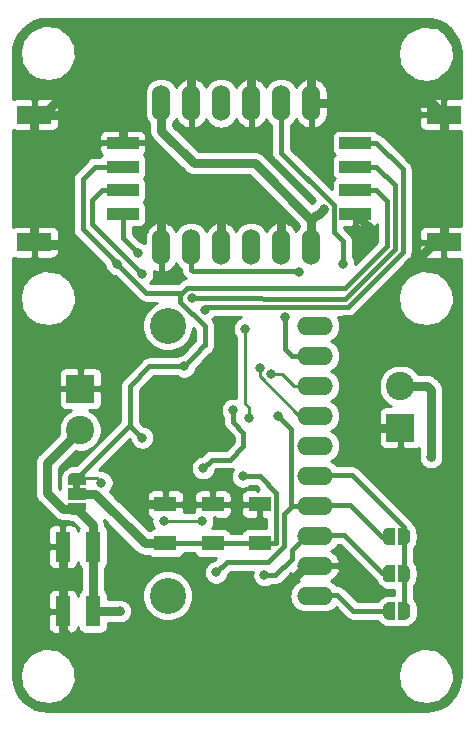
<source format=gbr>
G04 #@! TF.GenerationSoftware,KiCad,Pcbnew,(5.1.5-0-10_14)*
G04 #@! TF.CreationDate,2020-12-02T11:51:34+01:00*
G04 #@! TF.ProjectId,smartcitizen-adc-4-ch,736d6172-7463-4697-9469-7a656e2d6164,rev?*
G04 #@! TF.SameCoordinates,Original*
G04 #@! TF.FileFunction,Copper,L1,Top*
G04 #@! TF.FilePolarity,Positive*
%FSLAX46Y46*%
G04 Gerber Fmt 4.6, Leading zero omitted, Abs format (unit mm)*
G04 Created by KiCad (PCBNEW (5.1.5-0-10_14)) date 2020-12-02 11:51:34*
%MOMM*%
%LPD*%
G04 APERTURE LIST*
%ADD10C,0.100000*%
%ADD11O,3.048000X1.524000*%
%ADD12C,3.048000*%
%ADD13R,2.999740X1.500000*%
%ADD14R,2.738120X1.008380*%
%ADD15C,2.400000*%
%ADD16R,2.400000X2.400000*%
%ADD17R,1.500000X1.000000*%
%ADD18R,1.905000X1.270000*%
%ADD19O,1.524000X3.048000*%
%ADD20R,1.270000X2.540000*%
%ADD21C,0.800000*%
%ADD22C,0.800000*%
%ADD23C,0.400000*%
%ADD24C,0.250000*%
%ADD25C,0.254000*%
G04 APERTURE END LIST*
D10*
G36*
X142800000Y-94500000D02*
G01*
X142800000Y-95000000D01*
X142200000Y-95000000D01*
X142200000Y-94500000D01*
X142800000Y-94500000D01*
G37*
D11*
X162661600Y-104038400D03*
X162661600Y-101498400D03*
X162661600Y-98958400D03*
X162661600Y-96418400D03*
X162661600Y-93878400D03*
X162661600Y-91338400D03*
X162661600Y-88798400D03*
X162661600Y-86258400D03*
X162661600Y-83718400D03*
X162661600Y-81178400D03*
D12*
X150211600Y-104038400D03*
X150211600Y-81178400D03*
D13*
X138901620Y-63302500D03*
X138901620Y-74097500D03*
D14*
X146399700Y-65700260D03*
X146399700Y-67701780D03*
X146399700Y-69698220D03*
X146399700Y-71699740D03*
D15*
X169900000Y-86300000D03*
D16*
X169900000Y-89800000D03*
D15*
X142800000Y-90000000D03*
D16*
X142800000Y-86500000D03*
G04 #@! TA.AperFunction,SMDPad,CuDef*
D10*
G36*
X141750000Y-94650000D02*
G01*
X141750000Y-94100000D01*
X141750602Y-94100000D01*
X141750602Y-94075466D01*
X141755412Y-94026635D01*
X141764984Y-93978510D01*
X141779228Y-93931555D01*
X141798005Y-93886222D01*
X141821136Y-93842949D01*
X141848396Y-93802150D01*
X141879524Y-93764221D01*
X141914221Y-93729524D01*
X141952150Y-93698396D01*
X141992949Y-93671136D01*
X142036222Y-93648005D01*
X142081555Y-93629228D01*
X142128510Y-93614984D01*
X142176635Y-93605412D01*
X142225466Y-93600602D01*
X142250000Y-93600602D01*
X142250000Y-93600000D01*
X142750000Y-93600000D01*
X142750000Y-93600602D01*
X142774534Y-93600602D01*
X142823365Y-93605412D01*
X142871490Y-93614984D01*
X142918445Y-93629228D01*
X142963778Y-93648005D01*
X143007051Y-93671136D01*
X143047850Y-93698396D01*
X143085779Y-93729524D01*
X143120476Y-93764221D01*
X143151604Y-93802150D01*
X143178864Y-93842949D01*
X143201995Y-93886222D01*
X143220772Y-93931555D01*
X143235016Y-93978510D01*
X143244588Y-94026635D01*
X143249398Y-94075466D01*
X143249398Y-94100000D01*
X143250000Y-94100000D01*
X143250000Y-94650000D01*
X141750000Y-94650000D01*
G37*
G04 #@! TD.AperFunction*
D17*
X142500000Y-95400000D03*
G04 #@! TA.AperFunction,SMDPad,CuDef*
D10*
G36*
X143249398Y-96700000D02*
G01*
X143249398Y-96724534D01*
X143244588Y-96773365D01*
X143235016Y-96821490D01*
X143220772Y-96868445D01*
X143201995Y-96913778D01*
X143178864Y-96957051D01*
X143151604Y-96997850D01*
X143120476Y-97035779D01*
X143085779Y-97070476D01*
X143047850Y-97101604D01*
X143007051Y-97128864D01*
X142963778Y-97151995D01*
X142918445Y-97170772D01*
X142871490Y-97185016D01*
X142823365Y-97194588D01*
X142774534Y-97199398D01*
X142750000Y-97199398D01*
X142750000Y-97200000D01*
X142250000Y-97200000D01*
X142250000Y-97199398D01*
X142225466Y-97199398D01*
X142176635Y-97194588D01*
X142128510Y-97185016D01*
X142081555Y-97170772D01*
X142036222Y-97151995D01*
X141992949Y-97128864D01*
X141952150Y-97101604D01*
X141914221Y-97070476D01*
X141879524Y-97035779D01*
X141848396Y-96997850D01*
X141821136Y-96957051D01*
X141798005Y-96913778D01*
X141779228Y-96868445D01*
X141764984Y-96821490D01*
X141755412Y-96773365D01*
X141750602Y-96724534D01*
X141750602Y-96700000D01*
X141750000Y-96700000D01*
X141750000Y-96150000D01*
X143250000Y-96150000D01*
X143250000Y-96700000D01*
X143249398Y-96700000D01*
G37*
G04 #@! TD.AperFunction*
D18*
X157988000Y-96291400D03*
X157988000Y-99593400D03*
X150012400Y-96291400D03*
X150012400Y-99593400D03*
X154025600Y-96291400D03*
X154025600Y-99593400D03*
D19*
X162356800Y-62330000D03*
X159816800Y-62330000D03*
X157276800Y-62330000D03*
X154736800Y-62330000D03*
X152196800Y-62330000D03*
X149656800Y-62330000D03*
X149656800Y-74523600D03*
X152196800Y-74523600D03*
X154736800Y-74523600D03*
X157276800Y-74523600D03*
X159816800Y-74523600D03*
X162356800Y-74523600D03*
G04 #@! TA.AperFunction,SMDPad,CuDef*
D10*
G36*
X168945800Y-106070498D02*
G01*
X168921266Y-106070498D01*
X168872435Y-106065688D01*
X168824310Y-106056116D01*
X168777355Y-106041872D01*
X168732022Y-106023095D01*
X168688749Y-105999964D01*
X168647950Y-105972704D01*
X168610021Y-105941576D01*
X168575324Y-105906879D01*
X168544196Y-105868950D01*
X168516936Y-105828151D01*
X168493805Y-105784878D01*
X168475028Y-105739545D01*
X168460784Y-105692590D01*
X168451212Y-105644465D01*
X168446402Y-105595634D01*
X168446402Y-105571100D01*
X168445800Y-105571100D01*
X168445800Y-105071100D01*
X168446402Y-105071100D01*
X168446402Y-105046566D01*
X168451212Y-104997735D01*
X168460784Y-104949610D01*
X168475028Y-104902655D01*
X168493805Y-104857322D01*
X168516936Y-104814049D01*
X168544196Y-104773250D01*
X168575324Y-104735321D01*
X168610021Y-104700624D01*
X168647950Y-104669496D01*
X168688749Y-104642236D01*
X168732022Y-104619105D01*
X168777355Y-104600328D01*
X168824310Y-104586084D01*
X168872435Y-104576512D01*
X168921266Y-104571702D01*
X168945800Y-104571702D01*
X168945800Y-104571100D01*
X169445800Y-104571100D01*
X169445800Y-106071100D01*
X168945800Y-106071100D01*
X168945800Y-106070498D01*
G37*
G04 #@! TD.AperFunction*
G04 #@! TA.AperFunction,SMDPad,CuDef*
G36*
X169745800Y-104571100D02*
G01*
X170245800Y-104571100D01*
X170245800Y-104571702D01*
X170270334Y-104571702D01*
X170319165Y-104576512D01*
X170367290Y-104586084D01*
X170414245Y-104600328D01*
X170459578Y-104619105D01*
X170502851Y-104642236D01*
X170543650Y-104669496D01*
X170581579Y-104700624D01*
X170616276Y-104735321D01*
X170647404Y-104773250D01*
X170674664Y-104814049D01*
X170697795Y-104857322D01*
X170716572Y-104902655D01*
X170730816Y-104949610D01*
X170740388Y-104997735D01*
X170745198Y-105046566D01*
X170745198Y-105071100D01*
X170745800Y-105071100D01*
X170745800Y-105571100D01*
X170745198Y-105571100D01*
X170745198Y-105595634D01*
X170740388Y-105644465D01*
X170730816Y-105692590D01*
X170716572Y-105739545D01*
X170697795Y-105784878D01*
X170674664Y-105828151D01*
X170647404Y-105868950D01*
X170616276Y-105906879D01*
X170581579Y-105941576D01*
X170543650Y-105972704D01*
X170502851Y-105999964D01*
X170459578Y-106023095D01*
X170414245Y-106041872D01*
X170367290Y-106056116D01*
X170319165Y-106065688D01*
X170270334Y-106070498D01*
X170245800Y-106070498D01*
X170245800Y-106071100D01*
X169745800Y-106071100D01*
X169745800Y-104571100D01*
G37*
G04 #@! TD.AperFunction*
G04 #@! TA.AperFunction,SMDPad,CuDef*
G36*
X168920400Y-102908198D02*
G01*
X168895866Y-102908198D01*
X168847035Y-102903388D01*
X168798910Y-102893816D01*
X168751955Y-102879572D01*
X168706622Y-102860795D01*
X168663349Y-102837664D01*
X168622550Y-102810404D01*
X168584621Y-102779276D01*
X168549924Y-102744579D01*
X168518796Y-102706650D01*
X168491536Y-102665851D01*
X168468405Y-102622578D01*
X168449628Y-102577245D01*
X168435384Y-102530290D01*
X168425812Y-102482165D01*
X168421002Y-102433334D01*
X168421002Y-102408800D01*
X168420400Y-102408800D01*
X168420400Y-101908800D01*
X168421002Y-101908800D01*
X168421002Y-101884266D01*
X168425812Y-101835435D01*
X168435384Y-101787310D01*
X168449628Y-101740355D01*
X168468405Y-101695022D01*
X168491536Y-101651749D01*
X168518796Y-101610950D01*
X168549924Y-101573021D01*
X168584621Y-101538324D01*
X168622550Y-101507196D01*
X168663349Y-101479936D01*
X168706622Y-101456805D01*
X168751955Y-101438028D01*
X168798910Y-101423784D01*
X168847035Y-101414212D01*
X168895866Y-101409402D01*
X168920400Y-101409402D01*
X168920400Y-101408800D01*
X169420400Y-101408800D01*
X169420400Y-102908800D01*
X168920400Y-102908800D01*
X168920400Y-102908198D01*
G37*
G04 #@! TD.AperFunction*
G04 #@! TA.AperFunction,SMDPad,CuDef*
G36*
X169720400Y-101408800D02*
G01*
X170220400Y-101408800D01*
X170220400Y-101409402D01*
X170244934Y-101409402D01*
X170293765Y-101414212D01*
X170341890Y-101423784D01*
X170388845Y-101438028D01*
X170434178Y-101456805D01*
X170477451Y-101479936D01*
X170518250Y-101507196D01*
X170556179Y-101538324D01*
X170590876Y-101573021D01*
X170622004Y-101610950D01*
X170649264Y-101651749D01*
X170672395Y-101695022D01*
X170691172Y-101740355D01*
X170705416Y-101787310D01*
X170714988Y-101835435D01*
X170719798Y-101884266D01*
X170719798Y-101908800D01*
X170720400Y-101908800D01*
X170720400Y-102408800D01*
X170719798Y-102408800D01*
X170719798Y-102433334D01*
X170714988Y-102482165D01*
X170705416Y-102530290D01*
X170691172Y-102577245D01*
X170672395Y-102622578D01*
X170649264Y-102665851D01*
X170622004Y-102706650D01*
X170590876Y-102744579D01*
X170556179Y-102779276D01*
X170518250Y-102810404D01*
X170477451Y-102837664D01*
X170434178Y-102860795D01*
X170388845Y-102879572D01*
X170341890Y-102893816D01*
X170293765Y-102903388D01*
X170244934Y-102908198D01*
X170220400Y-102908198D01*
X170220400Y-102908800D01*
X169720400Y-102908800D01*
X169720400Y-101408800D01*
G37*
G04 #@! TD.AperFunction*
G04 #@! TA.AperFunction,SMDPad,CuDef*
G36*
X168920400Y-99758598D02*
G01*
X168895866Y-99758598D01*
X168847035Y-99753788D01*
X168798910Y-99744216D01*
X168751955Y-99729972D01*
X168706622Y-99711195D01*
X168663349Y-99688064D01*
X168622550Y-99660804D01*
X168584621Y-99629676D01*
X168549924Y-99594979D01*
X168518796Y-99557050D01*
X168491536Y-99516251D01*
X168468405Y-99472978D01*
X168449628Y-99427645D01*
X168435384Y-99380690D01*
X168425812Y-99332565D01*
X168421002Y-99283734D01*
X168421002Y-99259200D01*
X168420400Y-99259200D01*
X168420400Y-98759200D01*
X168421002Y-98759200D01*
X168421002Y-98734666D01*
X168425812Y-98685835D01*
X168435384Y-98637710D01*
X168449628Y-98590755D01*
X168468405Y-98545422D01*
X168491536Y-98502149D01*
X168518796Y-98461350D01*
X168549924Y-98423421D01*
X168584621Y-98388724D01*
X168622550Y-98357596D01*
X168663349Y-98330336D01*
X168706622Y-98307205D01*
X168751955Y-98288428D01*
X168798910Y-98274184D01*
X168847035Y-98264612D01*
X168895866Y-98259802D01*
X168920400Y-98259802D01*
X168920400Y-98259200D01*
X169420400Y-98259200D01*
X169420400Y-99759200D01*
X168920400Y-99759200D01*
X168920400Y-99758598D01*
G37*
G04 #@! TD.AperFunction*
G04 #@! TA.AperFunction,SMDPad,CuDef*
G36*
X169720400Y-98259200D02*
G01*
X170220400Y-98259200D01*
X170220400Y-98259802D01*
X170244934Y-98259802D01*
X170293765Y-98264612D01*
X170341890Y-98274184D01*
X170388845Y-98288428D01*
X170434178Y-98307205D01*
X170477451Y-98330336D01*
X170518250Y-98357596D01*
X170556179Y-98388724D01*
X170590876Y-98423421D01*
X170622004Y-98461350D01*
X170649264Y-98502149D01*
X170672395Y-98545422D01*
X170691172Y-98590755D01*
X170705416Y-98637710D01*
X170714988Y-98685835D01*
X170719798Y-98734666D01*
X170719798Y-98759200D01*
X170720400Y-98759200D01*
X170720400Y-99259200D01*
X170719798Y-99259200D01*
X170719798Y-99283734D01*
X170714988Y-99332565D01*
X170705416Y-99380690D01*
X170691172Y-99427645D01*
X170672395Y-99472978D01*
X170649264Y-99516251D01*
X170622004Y-99557050D01*
X170590876Y-99594979D01*
X170556179Y-99629676D01*
X170518250Y-99660804D01*
X170477451Y-99688064D01*
X170434178Y-99711195D01*
X170388845Y-99729972D01*
X170341890Y-99744216D01*
X170293765Y-99753788D01*
X170244934Y-99758598D01*
X170220400Y-99758598D01*
X170220400Y-99759200D01*
X169720400Y-99759200D01*
X169720400Y-98259200D01*
G37*
G04 #@! TD.AperFunction*
D20*
X141330000Y-105340000D03*
X141330000Y-99881540D03*
X143870000Y-105340000D03*
X143870000Y-99881540D03*
D14*
X166100300Y-65700260D03*
X166100300Y-67701780D03*
X166100300Y-69698220D03*
X166100300Y-71699740D03*
D13*
X173598380Y-63302500D03*
X173598380Y-74097500D03*
D21*
X172500000Y-92300000D03*
X146160000Y-105340000D03*
X163398959Y-71301041D03*
X145925000Y-75925000D03*
X144600000Y-94450000D03*
X151587200Y-84607400D03*
X148050000Y-90650000D03*
X153365200Y-79806800D03*
X147700000Y-75042840D03*
X152247600Y-78841600D03*
X148026041Y-76823959D03*
X156667200Y-97688400D03*
X167550000Y-73500000D03*
X141650000Y-74350000D03*
X146200000Y-92950000D03*
X158949192Y-85238392D03*
X165060000Y-75910000D03*
X157988000Y-84734400D03*
X160121600Y-80467200D03*
X161360000Y-76600000D03*
X155752800Y-88290400D03*
X153212800Y-93218000D03*
X158400000Y-102300000D03*
X159585713Y-88775487D03*
X154300000Y-102050000D03*
X149860000Y-97688400D03*
X153111200Y-97688400D03*
X157073600Y-89001600D03*
X156768800Y-81432400D03*
X156565600Y-93929200D03*
D22*
X143870000Y-105340000D02*
X143870000Y-99881540D01*
X142800000Y-90000000D02*
X140000000Y-92800000D01*
X141379998Y-96700000D02*
X142500000Y-96700000D01*
X140000000Y-95320002D02*
X141379998Y-96700000D01*
X140000000Y-92800000D02*
X140000000Y-95320002D01*
X143870000Y-98070000D02*
X142500000Y-96700000D01*
X143870000Y-99881540D02*
X143870000Y-98070000D01*
X143870000Y-105340000D02*
X146160000Y-105340000D01*
X172500000Y-86600000D02*
X172200000Y-86300000D01*
X172200000Y-86300000D02*
X169900000Y-86300000D01*
X172500000Y-92300000D02*
X172500000Y-86600000D01*
D23*
X164562000Y-103949500D02*
X162623500Y-103949500D01*
X162306000Y-104267000D02*
X162623500Y-103949500D01*
X165933600Y-105321100D02*
X164562000Y-103949500D01*
X168945800Y-105321100D02*
X165933600Y-105321100D01*
X162356800Y-72599600D02*
X162356800Y-74523600D01*
D22*
X162356800Y-72199600D02*
X157557200Y-67400000D01*
X162356800Y-74523600D02*
X162356800Y-72199600D01*
X149656800Y-64654000D02*
X149656800Y-62330000D01*
X152402800Y-67400000D02*
X149656800Y-64654000D01*
X157557200Y-67400000D02*
X152402800Y-67400000D01*
X162756400Y-71800000D02*
X162356800Y-72199600D01*
X162900000Y-71800000D02*
X163398959Y-71301041D01*
X162756400Y-71800000D02*
X162900000Y-71800000D01*
D23*
X152520700Y-83623100D02*
X153314400Y-82829400D01*
X153365200Y-81217202D02*
X151282400Y-79134402D01*
X153365200Y-82829400D02*
X153365200Y-81217202D01*
X151282400Y-78548798D02*
X151839599Y-77991599D01*
X151282400Y-79134402D02*
X151282400Y-78548798D01*
X152520700Y-83673900D02*
X152520700Y-83623100D01*
X153314400Y-82829400D02*
X153365200Y-82829400D01*
X151587200Y-84607400D02*
X152520700Y-83673900D01*
X165208401Y-77991599D02*
X168800000Y-74400000D01*
X151839599Y-77991599D02*
X165208401Y-77991599D01*
X167869360Y-69698220D02*
X166100300Y-69698220D01*
X168800000Y-70628860D02*
X167869360Y-69698220D01*
X168800000Y-74400000D02*
X168800000Y-70628860D01*
X151431198Y-78400000D02*
X151839599Y-77991599D01*
X148400000Y-78400000D02*
X151431198Y-78400000D01*
X143000000Y-73000000D02*
X148400000Y-78400000D01*
X146399700Y-67701780D02*
X144048220Y-67701780D01*
X143000000Y-68750000D02*
X143000000Y-73000000D01*
X144048220Y-67701780D02*
X143000000Y-68750000D01*
D24*
X142500000Y-94100000D02*
X144250000Y-94100000D01*
X144250000Y-94100000D02*
X144600000Y-94450000D01*
D23*
X147028799Y-89571201D02*
X142500000Y-94100000D01*
X147028799Y-86238501D02*
X147028799Y-89571201D01*
X148659900Y-84607400D02*
X147028799Y-86238501D01*
X151587200Y-84607400D02*
X148659900Y-84607400D01*
X147028799Y-89628799D02*
X148050000Y-90650000D01*
X147028799Y-89571201D02*
X147028799Y-89628799D01*
X153554801Y-79617199D02*
X153365200Y-79806800D01*
X164707199Y-79617199D02*
X153554801Y-79617199D01*
X164764388Y-79550010D02*
X165488494Y-79550010D01*
X165488494Y-79550010D02*
X170100020Y-74938484D01*
X164707199Y-79607199D02*
X164764388Y-79550010D01*
X164707199Y-79617199D02*
X164707199Y-79607199D01*
X167869360Y-65700260D02*
X170100000Y-67930900D01*
X170100000Y-67930900D02*
X170100000Y-68550000D01*
X166100300Y-65700260D02*
X167869360Y-65700260D01*
X170100020Y-74938484D02*
X170100000Y-68550000D01*
X146399700Y-71699740D02*
X146399700Y-71799700D01*
X146399700Y-71699740D02*
X146399700Y-73742540D01*
X146399700Y-73742540D02*
X147700000Y-75042840D01*
X165219252Y-78900000D02*
X164400000Y-78900000D01*
X152247600Y-78841600D02*
X164400000Y-78900000D01*
X169450010Y-74669242D02*
X165219252Y-78900000D01*
X169450000Y-69282420D02*
X169450000Y-70150000D01*
X167869360Y-67701780D02*
X169450000Y-69282420D01*
X166100300Y-67701780D02*
X167869360Y-67701780D01*
X169450000Y-70150000D02*
X169450010Y-74669242D01*
X144630640Y-69698220D02*
X143800000Y-70528860D01*
X146399700Y-69698220D02*
X144630640Y-69698220D01*
X143800000Y-72597918D02*
X148026041Y-76823959D01*
X143800000Y-70528860D02*
X143800000Y-72597918D01*
X150012400Y-96291400D02*
X151364900Y-96291400D01*
X156267201Y-97288401D02*
X156267201Y-96526401D01*
X156667200Y-97688400D02*
X156267201Y-97288401D01*
X156057600Y-96316800D02*
X157988000Y-96291400D01*
X156267201Y-96526401D02*
X156057600Y-96316800D01*
X151364900Y-96291400D02*
X156057600Y-96316800D01*
D22*
X141330000Y-99881540D02*
X141330000Y-105340000D01*
X162356800Y-60006000D02*
X162250800Y-59900000D01*
X162356800Y-62330000D02*
X162356800Y-60006000D01*
X157382800Y-59900000D02*
X157276800Y-60006000D01*
X162250800Y-59900000D02*
X157382800Y-59900000D01*
X157276800Y-60006000D02*
X157276800Y-62330000D01*
X157170800Y-59900000D02*
X157276800Y-60006000D01*
X152200000Y-59900000D02*
X157170800Y-59900000D01*
X159816800Y-72199600D02*
X159317200Y-71700000D01*
X159816800Y-74523600D02*
X159816800Y-72199600D01*
X154736800Y-72199600D02*
X154736800Y-74523600D01*
X155236400Y-71700000D02*
X154736800Y-72199600D01*
X159317200Y-71700000D02*
X155236400Y-71700000D01*
X149656800Y-72199600D02*
X149656800Y-74523600D01*
X150156400Y-71700000D02*
X149656800Y-72199600D01*
X155236400Y-71700000D02*
X150156400Y-71700000D01*
X173598380Y-74097500D02*
X173598380Y-63302500D01*
X172625880Y-62330000D02*
X173598380Y-63302500D01*
X162356800Y-62330000D02*
X172625880Y-62330000D01*
X167550000Y-73149440D02*
X166100300Y-71699740D01*
X167550000Y-73500000D02*
X167550000Y-73149440D01*
X139154120Y-74350000D02*
X138901620Y-74097500D01*
X141650000Y-74350000D02*
X139154120Y-74350000D01*
X138901620Y-74097500D02*
X138901620Y-63302500D01*
X145306130Y-63302500D02*
X138901620Y-63302500D01*
X146399700Y-64396070D02*
X145306130Y-63302500D01*
X146399700Y-65700260D02*
X146399700Y-64396070D01*
X152196800Y-59903200D02*
X152200000Y-59900000D01*
X152196800Y-62330000D02*
X152196800Y-59903200D01*
X139651490Y-63302500D02*
X138901620Y-63302500D01*
X143050790Y-59903200D02*
X139651490Y-63302500D01*
X152196800Y-59903200D02*
X143050790Y-59903200D01*
X172848510Y-74097500D02*
X166550000Y-80396010D01*
X173598380Y-74097500D02*
X172848510Y-74097500D01*
X167900000Y-89800000D02*
X169900000Y-89800000D01*
X166550000Y-88450000D02*
X167900000Y-89800000D01*
X166550000Y-80396010D02*
X166550000Y-88450000D01*
X141330000Y-106980000D02*
X141330000Y-105340000D01*
X150420140Y-107529860D02*
X141879860Y-107529860D01*
X152700000Y-105250000D02*
X150420140Y-107529860D01*
X160050000Y-103348000D02*
X160050000Y-104800000D01*
X159600000Y-105250000D02*
X152700000Y-105250000D01*
X160050000Y-104800000D02*
X159600000Y-105250000D01*
X141879860Y-107529860D02*
X141330000Y-106980000D01*
X161899600Y-101498400D02*
X160050000Y-103348000D01*
X162661600Y-101498400D02*
X161899600Y-101498400D01*
X148259900Y-96291400D02*
X150012400Y-96291400D01*
X146200000Y-94700000D02*
X148259900Y-96291400D01*
X146200000Y-92950000D02*
X146200000Y-94700000D01*
D24*
X162661600Y-86258400D02*
X160887600Y-86258400D01*
X160887600Y-86258400D02*
X159867592Y-85238392D01*
X159867592Y-85238392D02*
X158949192Y-85238392D01*
D23*
X165060000Y-74010000D02*
X165060000Y-75910000D01*
X164281239Y-73231239D02*
X165060000Y-74010000D01*
X164281239Y-70981239D02*
X164281239Y-73231239D01*
X159816800Y-66516800D02*
X164281239Y-70981239D01*
X159816800Y-62330000D02*
X159816800Y-66516800D01*
D24*
X161362198Y-88798400D02*
X157988000Y-85424202D01*
X162661600Y-88798400D02*
X161362198Y-88798400D01*
X157988000Y-85424202D02*
X157988000Y-84734400D01*
D23*
X160737600Y-83718400D02*
X160121600Y-83102400D01*
X162661600Y-83718400D02*
X160737600Y-83718400D01*
X160121600Y-83102400D02*
X160121600Y-80467200D01*
X161336380Y-76576380D02*
X161360000Y-76600000D01*
X152325580Y-76576380D02*
X161336380Y-76576380D01*
X152196800Y-76447600D02*
X152325580Y-76576380D01*
X152196800Y-74523600D02*
X152196800Y-76447600D01*
X165120334Y-98869500D02*
X162623500Y-98869500D01*
X168380000Y-102129166D02*
X165120334Y-98869500D01*
X168880000Y-102129166D02*
X168380000Y-102129166D01*
X155448000Y-92506800D02*
X153924000Y-92506800D01*
X156616400Y-91338400D02*
X155448000Y-92506800D01*
X156616400Y-90214500D02*
X156616400Y-91338400D01*
X155750000Y-89348100D02*
X156616400Y-90214500D01*
X153924000Y-92506800D02*
X153212800Y-93218000D01*
X155750000Y-88858885D02*
X155750000Y-89348100D01*
X155752800Y-88856085D02*
X155750000Y-88858885D01*
X155752800Y-88290400D02*
X155752800Y-88856085D01*
X161899600Y-98958400D02*
X162661600Y-98958400D01*
X160737600Y-100120400D02*
X161899600Y-98958400D01*
X160737600Y-100882400D02*
X160737600Y-100120400D01*
X159320000Y-102300000D02*
X160737600Y-100882400D01*
X158400000Y-102300000D02*
X159320000Y-102300000D01*
X165649500Y-96329500D02*
X162623500Y-96329500D01*
X168380000Y-99060000D02*
X165649500Y-96329500D01*
X168880000Y-99060000D02*
X168380000Y-99060000D01*
X160687590Y-96368390D02*
X160737600Y-96418400D01*
X160687590Y-89878690D02*
X160687590Y-96368390D01*
X160737600Y-96418400D02*
X162661600Y-96418400D01*
X159585713Y-88775487D02*
X160687590Y-89878690D01*
X160040511Y-99812641D02*
X158703152Y-101150000D01*
X160040511Y-97115489D02*
X160040511Y-99812641D01*
X160737600Y-96418400D02*
X160040511Y-97115489D01*
X155200000Y-101150000D02*
X154300000Y-102050000D01*
X158703152Y-101150000D02*
X155200000Y-101150000D01*
D24*
X149860000Y-97688400D02*
X153111200Y-97688400D01*
D23*
X170180000Y-98190744D02*
X165778756Y-93789500D01*
X165778756Y-93789500D02*
X162623500Y-93789500D01*
X170180000Y-99060000D02*
X170180000Y-98190744D01*
X170245800Y-105321100D02*
X170180000Y-99060000D01*
D24*
X157073600Y-88073600D02*
X156768800Y-87768800D01*
X156768800Y-87768800D02*
X156768800Y-81432400D01*
X157073600Y-89001600D02*
X157073600Y-88073600D01*
D23*
X157988000Y-99593400D02*
X150012400Y-99593400D01*
X159390501Y-99543399D02*
X159340500Y-99593400D01*
X159390501Y-95296399D02*
X159390501Y-99543399D01*
X159340500Y-99593400D02*
X157988000Y-99593400D01*
X158023302Y-93929200D02*
X159390501Y-95296399D01*
X156565600Y-93929200D02*
X158023302Y-93929200D01*
D22*
X144050000Y-95400000D02*
X148243400Y-99593400D01*
X148243400Y-99593400D02*
X150012400Y-99593400D01*
X142500000Y-95400000D02*
X144050000Y-95400000D01*
D25*
G36*
X172586991Y-55211985D02*
G01*
X173141596Y-55371668D01*
X173654628Y-55636036D01*
X174106541Y-55995019D01*
X174480120Y-56434940D01*
X174761133Y-56939040D01*
X174938884Y-57488130D01*
X175009999Y-58090092D01*
X175010002Y-61914651D01*
X173884130Y-61917500D01*
X173725380Y-62076250D01*
X173725380Y-63175500D01*
X173745380Y-63175500D01*
X173745380Y-63429500D01*
X173725380Y-63429500D01*
X173725380Y-64528750D01*
X173884130Y-64687500D01*
X175010005Y-64690349D01*
X175010012Y-72709651D01*
X173884130Y-72712500D01*
X173725380Y-72871250D01*
X173725380Y-73970500D01*
X173745380Y-73970500D01*
X173745380Y-74224500D01*
X173725380Y-74224500D01*
X173725380Y-75323750D01*
X173884130Y-75482500D01*
X175010014Y-75485349D01*
X175010045Y-110765353D01*
X174958015Y-111376988D01*
X174798331Y-111931596D01*
X174533962Y-112444631D01*
X174174982Y-112896541D01*
X173735061Y-113270119D01*
X173230960Y-113551133D01*
X172681870Y-113728884D01*
X172079908Y-113799999D01*
X140124646Y-113800045D01*
X139513012Y-113748015D01*
X138958404Y-113588331D01*
X138445369Y-113323962D01*
X137993459Y-112964982D01*
X137619881Y-112525061D01*
X137338867Y-112020960D01*
X137161116Y-111471870D01*
X137090001Y-110869908D01*
X137090001Y-110689130D01*
X137673466Y-110689130D01*
X137673777Y-110714025D01*
X137773777Y-111614025D01*
X137781242Y-111645006D01*
X137792304Y-111667310D01*
X138292304Y-112467310D01*
X138307440Y-112486957D01*
X138326183Y-112503344D01*
X139026183Y-113003344D01*
X139051276Y-113017282D01*
X139075093Y-113024534D01*
X140075093Y-113224534D01*
X140102834Y-113226968D01*
X140127550Y-113223976D01*
X141027550Y-113023976D01*
X141054915Y-113014514D01*
X141076200Y-113001600D01*
X141876200Y-112401600D01*
X141886705Y-112392797D01*
X141903142Y-112374099D01*
X141915617Y-112352553D01*
X142415617Y-111252553D01*
X142421251Y-111237778D01*
X142426291Y-111213398D01*
X142426478Y-111188502D01*
X142381990Y-110699130D01*
X169673466Y-110699130D01*
X169673777Y-110724025D01*
X169773777Y-111624025D01*
X169781242Y-111655006D01*
X169792304Y-111677310D01*
X170292304Y-112477310D01*
X170307440Y-112496957D01*
X170326183Y-112513344D01*
X171026183Y-113013344D01*
X171051276Y-113027282D01*
X171075093Y-113034534D01*
X172075093Y-113234534D01*
X172102834Y-113236968D01*
X172127550Y-113233976D01*
X173027550Y-113033976D01*
X173054915Y-113024514D01*
X173076200Y-113011600D01*
X173876200Y-112411600D01*
X173886705Y-112402797D01*
X173903142Y-112384099D01*
X173915617Y-112362553D01*
X174415617Y-111262553D01*
X174421251Y-111247778D01*
X174426291Y-111223398D01*
X174426478Y-111198502D01*
X174326478Y-110098502D01*
X174318758Y-110064994D01*
X174307696Y-110042690D01*
X173807696Y-109242690D01*
X173794557Y-109225218D01*
X173776200Y-109208400D01*
X172976200Y-108608400D01*
X172958177Y-108597109D01*
X172935035Y-108587928D01*
X172910547Y-108583439D01*
X171710547Y-108483439D01*
X171695692Y-108483073D01*
X171671012Y-108486352D01*
X171647447Y-108494383D01*
X170547447Y-108994383D01*
X170535294Y-109000720D01*
X170515218Y-109015443D01*
X170498400Y-109033800D01*
X169898400Y-109833800D01*
X169885168Y-109855753D01*
X169876792Y-109879198D01*
X169676792Y-110679198D01*
X169673466Y-110699130D01*
X142381990Y-110699130D01*
X142326478Y-110088502D01*
X142318758Y-110054994D01*
X142307696Y-110032690D01*
X141807696Y-109232690D01*
X141794557Y-109215218D01*
X141776200Y-109198400D01*
X140976200Y-108598400D01*
X140958177Y-108587109D01*
X140935035Y-108577928D01*
X140910547Y-108573439D01*
X139710547Y-108473439D01*
X139695692Y-108473073D01*
X139671012Y-108476352D01*
X139647447Y-108484383D01*
X138547447Y-108984383D01*
X138535294Y-108990720D01*
X138515218Y-109005443D01*
X138498400Y-109023800D01*
X137898400Y-109823800D01*
X137885168Y-109845753D01*
X137876792Y-109869198D01*
X137676792Y-110669198D01*
X137673466Y-110689130D01*
X137090001Y-110689130D01*
X137089998Y-106610000D01*
X140056928Y-106610000D01*
X140069188Y-106734482D01*
X140105498Y-106854180D01*
X140164463Y-106964494D01*
X140243815Y-107061185D01*
X140340506Y-107140537D01*
X140450820Y-107199502D01*
X140570518Y-107235812D01*
X140695000Y-107248072D01*
X141044250Y-107245000D01*
X141203000Y-107086250D01*
X141203000Y-105467000D01*
X140218750Y-105467000D01*
X140060000Y-105625750D01*
X140056928Y-106610000D01*
X137089998Y-106610000D01*
X137089996Y-104070000D01*
X140056928Y-104070000D01*
X140060000Y-105054250D01*
X140218750Y-105213000D01*
X141203000Y-105213000D01*
X141203000Y-103593750D01*
X141044250Y-103435000D01*
X140695000Y-103431928D01*
X140570518Y-103444188D01*
X140450820Y-103480498D01*
X140340506Y-103539463D01*
X140243815Y-103618815D01*
X140164463Y-103715506D01*
X140105498Y-103825820D01*
X140069188Y-103945518D01*
X140056928Y-104070000D01*
X137089996Y-104070000D01*
X137089994Y-101151540D01*
X140056928Y-101151540D01*
X140069188Y-101276022D01*
X140105498Y-101395720D01*
X140164463Y-101506034D01*
X140243815Y-101602725D01*
X140340506Y-101682077D01*
X140450820Y-101741042D01*
X140570518Y-101777352D01*
X140695000Y-101789612D01*
X141044250Y-101786540D01*
X141203000Y-101627790D01*
X141203000Y-100008540D01*
X140218750Y-100008540D01*
X140060000Y-100167290D01*
X140056928Y-101151540D01*
X137089994Y-101151540D01*
X137089992Y-98611540D01*
X140056928Y-98611540D01*
X140060000Y-99595790D01*
X140218750Y-99754540D01*
X141203000Y-99754540D01*
X141203000Y-98135290D01*
X141044250Y-97976540D01*
X140695000Y-97973468D01*
X140570518Y-97985728D01*
X140450820Y-98022038D01*
X140340506Y-98081003D01*
X140243815Y-98160355D01*
X140164463Y-98257046D01*
X140105498Y-98367360D01*
X140069188Y-98487058D01*
X140056928Y-98611540D01*
X137089992Y-98611540D01*
X137089986Y-92800000D01*
X138959994Y-92800000D01*
X138965000Y-92850828D01*
X138965001Y-95269164D01*
X138959994Y-95320002D01*
X138979977Y-95522897D01*
X139039160Y-95717995D01*
X139135266Y-95897799D01*
X139222499Y-96004092D01*
X139264605Y-96055398D01*
X139304092Y-96087804D01*
X140612194Y-97395907D01*
X140644602Y-97435396D01*
X140684090Y-97467803D01*
X140802200Y-97564734D01*
X140842849Y-97586461D01*
X140982005Y-97660841D01*
X141177103Y-97720024D01*
X141329160Y-97735000D01*
X141329162Y-97735000D01*
X141379998Y-97740007D01*
X141430833Y-97735000D01*
X141781076Y-97735000D01*
X141860681Y-97767973D01*
X141980377Y-97804282D01*
X142076510Y-97823404D01*
X142168781Y-97832492D01*
X142665754Y-98329465D01*
X142645498Y-98367360D01*
X142609188Y-98487058D01*
X142600000Y-98580348D01*
X142590812Y-98487058D01*
X142554502Y-98367360D01*
X142495537Y-98257046D01*
X142416185Y-98160355D01*
X142319494Y-98081003D01*
X142209180Y-98022038D01*
X142089482Y-97985728D01*
X141965000Y-97973468D01*
X141615750Y-97976540D01*
X141457000Y-98135290D01*
X141457000Y-99754540D01*
X141477000Y-99754540D01*
X141477000Y-100008540D01*
X141457000Y-100008540D01*
X141457000Y-101627790D01*
X141615750Y-101786540D01*
X141965000Y-101789612D01*
X142089482Y-101777352D01*
X142209180Y-101741042D01*
X142319494Y-101682077D01*
X142416185Y-101602725D01*
X142495537Y-101506034D01*
X142554502Y-101395720D01*
X142590812Y-101276022D01*
X142600000Y-101182732D01*
X142609188Y-101276022D01*
X142645498Y-101395720D01*
X142704463Y-101506034D01*
X142783815Y-101602725D01*
X142835001Y-101644732D01*
X142835000Y-103576808D01*
X142783815Y-103618815D01*
X142704463Y-103715506D01*
X142645498Y-103825820D01*
X142609188Y-103945518D01*
X142600000Y-104038808D01*
X142590812Y-103945518D01*
X142554502Y-103825820D01*
X142495537Y-103715506D01*
X142416185Y-103618815D01*
X142319494Y-103539463D01*
X142209180Y-103480498D01*
X142089482Y-103444188D01*
X141965000Y-103431928D01*
X141615750Y-103435000D01*
X141457000Y-103593750D01*
X141457000Y-105213000D01*
X141477000Y-105213000D01*
X141477000Y-105467000D01*
X141457000Y-105467000D01*
X141457000Y-107086250D01*
X141615750Y-107245000D01*
X141965000Y-107248072D01*
X142089482Y-107235812D01*
X142209180Y-107199502D01*
X142319494Y-107140537D01*
X142416185Y-107061185D01*
X142495537Y-106964494D01*
X142554502Y-106854180D01*
X142590812Y-106734482D01*
X142600000Y-106641192D01*
X142609188Y-106734482D01*
X142645498Y-106854180D01*
X142704463Y-106964494D01*
X142783815Y-107061185D01*
X142880506Y-107140537D01*
X142990820Y-107199502D01*
X143110518Y-107235812D01*
X143235000Y-107248072D01*
X144505000Y-107248072D01*
X144629482Y-107235812D01*
X144749180Y-107199502D01*
X144859494Y-107140537D01*
X144956185Y-107061185D01*
X145035537Y-106964494D01*
X145094502Y-106854180D01*
X145130812Y-106734482D01*
X145143072Y-106610000D01*
X145143072Y-106375000D01*
X146261939Y-106375000D01*
X146312057Y-106365031D01*
X146362895Y-106360024D01*
X146411777Y-106345196D01*
X146461898Y-106335226D01*
X146509113Y-106315669D01*
X146557993Y-106300841D01*
X146603042Y-106276762D01*
X146650256Y-106257205D01*
X146692746Y-106228814D01*
X146737797Y-106204734D01*
X146777284Y-106172328D01*
X146819774Y-106143937D01*
X146855908Y-106107803D01*
X146895396Y-106075396D01*
X146927803Y-106035908D01*
X146963937Y-105999774D01*
X146992328Y-105957284D01*
X147024734Y-105917797D01*
X147048814Y-105872746D01*
X147077205Y-105830256D01*
X147096762Y-105783042D01*
X147120841Y-105737993D01*
X147135669Y-105689113D01*
X147155226Y-105641898D01*
X147165196Y-105591777D01*
X147180024Y-105542895D01*
X147185031Y-105492057D01*
X147195000Y-105441939D01*
X147195000Y-105390837D01*
X147200007Y-105340000D01*
X147195000Y-105289162D01*
X147195000Y-105238061D01*
X147185031Y-105187943D01*
X147180024Y-105137105D01*
X147165196Y-105088223D01*
X147155226Y-105038102D01*
X147135669Y-104990887D01*
X147120841Y-104942007D01*
X147096762Y-104896958D01*
X147077205Y-104849744D01*
X147048814Y-104807254D01*
X147024734Y-104762203D01*
X146992328Y-104722716D01*
X146963937Y-104680226D01*
X146927803Y-104644092D01*
X146895396Y-104604604D01*
X146855908Y-104572197D01*
X146819774Y-104536063D01*
X146777284Y-104507672D01*
X146737797Y-104475266D01*
X146692746Y-104451186D01*
X146650256Y-104422795D01*
X146603042Y-104403238D01*
X146557993Y-104379159D01*
X146509113Y-104364331D01*
X146461898Y-104344774D01*
X146411777Y-104334804D01*
X146362895Y-104319976D01*
X146312057Y-104314969D01*
X146261939Y-104305000D01*
X145143072Y-104305000D01*
X145143072Y-104070000D01*
X145130812Y-103945518D01*
X145094502Y-103825820D01*
X145094469Y-103825757D01*
X148052600Y-103825757D01*
X148052600Y-104251043D01*
X148135570Y-104668157D01*
X148298319Y-105061070D01*
X148534596Y-105414682D01*
X148835318Y-105715404D01*
X149188930Y-105951681D01*
X149581843Y-106114430D01*
X149998957Y-106197400D01*
X150424243Y-106197400D01*
X150841357Y-106114430D01*
X151234270Y-105951681D01*
X151587882Y-105715404D01*
X151888604Y-105414682D01*
X152124881Y-105061070D01*
X152287630Y-104668157D01*
X152370600Y-104251043D01*
X152370600Y-103825757D01*
X152287630Y-103408643D01*
X152124881Y-103015730D01*
X151888604Y-102662118D01*
X151587882Y-102361396D01*
X151234270Y-102125119D01*
X150841357Y-101962370D01*
X150424243Y-101879400D01*
X149998957Y-101879400D01*
X149581843Y-101962370D01*
X149188930Y-102125119D01*
X148835318Y-102361396D01*
X148534596Y-102662118D01*
X148298319Y-103015730D01*
X148135570Y-103408643D01*
X148052600Y-103825757D01*
X145094469Y-103825757D01*
X145035537Y-103715506D01*
X144956185Y-103618815D01*
X144905000Y-103576809D01*
X144905000Y-101644731D01*
X144956185Y-101602725D01*
X145035537Y-101506034D01*
X145094502Y-101395720D01*
X145130812Y-101276022D01*
X145143072Y-101151540D01*
X145143072Y-98611540D01*
X145130812Y-98487058D01*
X145094502Y-98367360D01*
X145035537Y-98257046D01*
X144956185Y-98160355D01*
X144905227Y-98118535D01*
X144910007Y-98070000D01*
X144901707Y-97985728D01*
X144890024Y-97867105D01*
X144841996Y-97708779D01*
X144830841Y-97672006D01*
X144799316Y-97613026D01*
X147475597Y-100289308D01*
X147508004Y-100328796D01*
X147547492Y-100361203D01*
X147665602Y-100458134D01*
X147761709Y-100509504D01*
X147845407Y-100554241D01*
X148040505Y-100613424D01*
X148192562Y-100628400D01*
X148192571Y-100628400D01*
X148243399Y-100633406D01*
X148294227Y-100628400D01*
X148566709Y-100628400D01*
X148608715Y-100679585D01*
X148705406Y-100758937D01*
X148815720Y-100817902D01*
X148935418Y-100854212D01*
X149059900Y-100866472D01*
X150964900Y-100866472D01*
X151089382Y-100854212D01*
X151209080Y-100817902D01*
X151319394Y-100758937D01*
X151416085Y-100679585D01*
X151495437Y-100582894D01*
X151554402Y-100472580D01*
X151567804Y-100428400D01*
X152470196Y-100428400D01*
X152483598Y-100472580D01*
X152542563Y-100582894D01*
X152621915Y-100679585D01*
X152718606Y-100758937D01*
X152828920Y-100817902D01*
X152948618Y-100854212D01*
X153073100Y-100866472D01*
X154302660Y-100866472D01*
X154143225Y-101025907D01*
X153998102Y-101054774D01*
X153809744Y-101132795D01*
X153640226Y-101246063D01*
X153496063Y-101390226D01*
X153382795Y-101559744D01*
X153304774Y-101748102D01*
X153265000Y-101948061D01*
X153265000Y-102151939D01*
X153304774Y-102351898D01*
X153382795Y-102540256D01*
X153496063Y-102709774D01*
X153640226Y-102853937D01*
X153809744Y-102967205D01*
X153998102Y-103045226D01*
X154198061Y-103085000D01*
X154401939Y-103085000D01*
X154601898Y-103045226D01*
X154790256Y-102967205D01*
X154959774Y-102853937D01*
X155103937Y-102709774D01*
X155217205Y-102540256D01*
X155295226Y-102351898D01*
X155324093Y-102206775D01*
X155545868Y-101985000D01*
X157410201Y-101985000D01*
X157404774Y-101998102D01*
X157365000Y-102198061D01*
X157365000Y-102401939D01*
X157404774Y-102601898D01*
X157482795Y-102790256D01*
X157596063Y-102959774D01*
X157740226Y-103103937D01*
X157909744Y-103217205D01*
X158098102Y-103295226D01*
X158298061Y-103335000D01*
X158501939Y-103335000D01*
X158701898Y-103295226D01*
X158890256Y-103217205D01*
X159013285Y-103135000D01*
X159278982Y-103135000D01*
X159320000Y-103139040D01*
X159361018Y-103135000D01*
X159361019Y-103135000D01*
X159483689Y-103122918D01*
X159641087Y-103075172D01*
X159786146Y-102997636D01*
X159913291Y-102893291D01*
X159939446Y-102861421D01*
X160656911Y-102143957D01*
X160667478Y-102168935D01*
X160821968Y-102396426D01*
X161017871Y-102589406D01*
X161247658Y-102740459D01*
X161314013Y-102767362D01*
X161119713Y-102871217D01*
X160906992Y-103045792D01*
X160732417Y-103258513D01*
X160602696Y-103501205D01*
X160522814Y-103764540D01*
X160495841Y-104038400D01*
X160522814Y-104312260D01*
X160602696Y-104575595D01*
X160732417Y-104818287D01*
X160906992Y-105031008D01*
X161119713Y-105205583D01*
X161362405Y-105335304D01*
X161625740Y-105415186D01*
X161830975Y-105435400D01*
X163492225Y-105435400D01*
X163697460Y-105415186D01*
X163960795Y-105335304D01*
X164203487Y-105205583D01*
X164416208Y-105031008D01*
X164437138Y-105005505D01*
X165314158Y-105882526D01*
X165340309Y-105914391D01*
X165467454Y-106018736D01*
X165612513Y-106096272D01*
X165769911Y-106144018D01*
X165892581Y-106156100D01*
X165892591Y-106156100D01*
X165933599Y-106160139D01*
X165974607Y-106156100D01*
X167971527Y-106156100D01*
X167974302Y-106161292D01*
X168028758Y-106242791D01*
X168108110Y-106339482D01*
X168177418Y-106408790D01*
X168274109Y-106488142D01*
X168355608Y-106542598D01*
X168465925Y-106601564D01*
X168556481Y-106639073D01*
X168676177Y-106675382D01*
X168772310Y-106694504D01*
X168896791Y-106706764D01*
X168921350Y-106706764D01*
X168945800Y-106709172D01*
X169445800Y-106709172D01*
X169570282Y-106696912D01*
X169595800Y-106689171D01*
X169621318Y-106696912D01*
X169745800Y-106709172D01*
X170245800Y-106709172D01*
X170270250Y-106706764D01*
X170294809Y-106706764D01*
X170419290Y-106694504D01*
X170515423Y-106675382D01*
X170635119Y-106639073D01*
X170725675Y-106601564D01*
X170835992Y-106542598D01*
X170917491Y-106488142D01*
X171014182Y-106408790D01*
X171083490Y-106339482D01*
X171162842Y-106242791D01*
X171217298Y-106161292D01*
X171276264Y-106050975D01*
X171313773Y-105960419D01*
X171350082Y-105840723D01*
X171369204Y-105744590D01*
X171381464Y-105620109D01*
X171381464Y-105595550D01*
X171383872Y-105571100D01*
X171383872Y-105071100D01*
X171381464Y-105046650D01*
X171381464Y-105022091D01*
X171369204Y-104897610D01*
X171350082Y-104801477D01*
X171313773Y-104681781D01*
X171276264Y-104591225D01*
X171217298Y-104480908D01*
X171162842Y-104399409D01*
X171083490Y-104302718D01*
X171070001Y-104289229D01*
X171058311Y-103176912D01*
X171137442Y-103080491D01*
X171191898Y-102998992D01*
X171250864Y-102888675D01*
X171288373Y-102798119D01*
X171324682Y-102678423D01*
X171343804Y-102582290D01*
X171356064Y-102457809D01*
X171356064Y-102433250D01*
X171358472Y-102408800D01*
X171358472Y-101908800D01*
X171356064Y-101884350D01*
X171356064Y-101859791D01*
X171343804Y-101735310D01*
X171324682Y-101639177D01*
X171288373Y-101519481D01*
X171250864Y-101428925D01*
X171191898Y-101318608D01*
X171137442Y-101237109D01*
X171058090Y-101140418D01*
X171036684Y-101119012D01*
X171025556Y-100060116D01*
X171058090Y-100027582D01*
X171137442Y-99930891D01*
X171191898Y-99849392D01*
X171250864Y-99739075D01*
X171288373Y-99648519D01*
X171324682Y-99528823D01*
X171343804Y-99432690D01*
X171356064Y-99308209D01*
X171356064Y-99283650D01*
X171358472Y-99259200D01*
X171358472Y-98759200D01*
X171356064Y-98734750D01*
X171356064Y-98710191D01*
X171343804Y-98585710D01*
X171324682Y-98489577D01*
X171288373Y-98369881D01*
X171250864Y-98279325D01*
X171191898Y-98169008D01*
X171137442Y-98087509D01*
X171058090Y-97990818D01*
X170988782Y-97921510D01*
X170964975Y-97901972D01*
X170955172Y-97869657D01*
X170877636Y-97724598D01*
X170799439Y-97629314D01*
X170799437Y-97629312D01*
X170773291Y-97597453D01*
X170741432Y-97571307D01*
X166398202Y-93228079D01*
X166372047Y-93196209D01*
X166244902Y-93091864D01*
X166099843Y-93014328D01*
X165942445Y-92966582D01*
X165819775Y-92954500D01*
X165819774Y-92954500D01*
X165778756Y-92950460D01*
X165737738Y-92954500D01*
X164472595Y-92954500D01*
X164416208Y-92885792D01*
X164203487Y-92711217D01*
X164011129Y-92608400D01*
X164203487Y-92505583D01*
X164416208Y-92331008D01*
X164590783Y-92118287D01*
X164720504Y-91875595D01*
X164800386Y-91612260D01*
X164827359Y-91338400D01*
X164800386Y-91064540D01*
X164780808Y-91000000D01*
X168061928Y-91000000D01*
X168074188Y-91124482D01*
X168110498Y-91244180D01*
X168169463Y-91354494D01*
X168248815Y-91451185D01*
X168345506Y-91530537D01*
X168455820Y-91589502D01*
X168575518Y-91625812D01*
X168700000Y-91638072D01*
X169614250Y-91635000D01*
X169773000Y-91476250D01*
X169773000Y-89927000D01*
X168223750Y-89927000D01*
X168065000Y-90085750D01*
X168061928Y-91000000D01*
X164780808Y-91000000D01*
X164720504Y-90801205D01*
X164590783Y-90558513D01*
X164416208Y-90345792D01*
X164203487Y-90171217D01*
X164011129Y-90068400D01*
X164203487Y-89965583D01*
X164416208Y-89791008D01*
X164590783Y-89578287D01*
X164720504Y-89335595D01*
X164800386Y-89072260D01*
X164827359Y-88798400D01*
X164807819Y-88600000D01*
X168061928Y-88600000D01*
X168065000Y-89514250D01*
X168223750Y-89673000D01*
X169773000Y-89673000D01*
X169773000Y-89653000D01*
X170027000Y-89653000D01*
X170027000Y-89673000D01*
X170047000Y-89673000D01*
X170047000Y-89927000D01*
X170027000Y-89927000D01*
X170027000Y-91476250D01*
X170185750Y-91635000D01*
X171100000Y-91638072D01*
X171224482Y-91625812D01*
X171344180Y-91589502D01*
X171454494Y-91530537D01*
X171465000Y-91521915D01*
X171465000Y-92401939D01*
X171474969Y-92452058D01*
X171479976Y-92502894D01*
X171494804Y-92551774D01*
X171504774Y-92601898D01*
X171524332Y-92649116D01*
X171539159Y-92697992D01*
X171563237Y-92743039D01*
X171582795Y-92790256D01*
X171611186Y-92832747D01*
X171635266Y-92877797D01*
X171667672Y-92917284D01*
X171696063Y-92959774D01*
X171732197Y-92995908D01*
X171764604Y-93035396D01*
X171804092Y-93067803D01*
X171840226Y-93103937D01*
X171882716Y-93132328D01*
X171922203Y-93164734D01*
X171967254Y-93188814D01*
X172009744Y-93217205D01*
X172056958Y-93236762D01*
X172102007Y-93260841D01*
X172150887Y-93275669D01*
X172198102Y-93295226D01*
X172248223Y-93305196D01*
X172297105Y-93320024D01*
X172347943Y-93325031D01*
X172398061Y-93335000D01*
X172449162Y-93335000D01*
X172500000Y-93340007D01*
X172550838Y-93335000D01*
X172601939Y-93335000D01*
X172652058Y-93325031D01*
X172702894Y-93320024D01*
X172751774Y-93305196D01*
X172801898Y-93295226D01*
X172849116Y-93275668D01*
X172897992Y-93260841D01*
X172943039Y-93236763D01*
X172990256Y-93217205D01*
X173032747Y-93188814D01*
X173077797Y-93164734D01*
X173117284Y-93132328D01*
X173159774Y-93103937D01*
X173195908Y-93067803D01*
X173235396Y-93035396D01*
X173267803Y-92995908D01*
X173303937Y-92959774D01*
X173332328Y-92917284D01*
X173364734Y-92877797D01*
X173388814Y-92832746D01*
X173417205Y-92790256D01*
X173436762Y-92743042D01*
X173460841Y-92697993D01*
X173475669Y-92649113D01*
X173495226Y-92601898D01*
X173505196Y-92551777D01*
X173520024Y-92502895D01*
X173525031Y-92452057D01*
X173535000Y-92401939D01*
X173535000Y-86650827D01*
X173540006Y-86599999D01*
X173535000Y-86549171D01*
X173535000Y-86549162D01*
X173520024Y-86397105D01*
X173460841Y-86202007D01*
X173364734Y-86022203D01*
X173235396Y-85864604D01*
X173195903Y-85832193D01*
X172967807Y-85604097D01*
X172935396Y-85564604D01*
X172777797Y-85435266D01*
X172597993Y-85339159D01*
X172402895Y-85279976D01*
X172250838Y-85265000D01*
X172250828Y-85265000D01*
X172200000Y-85259994D01*
X172149172Y-85265000D01*
X171415371Y-85265000D01*
X171325338Y-85130256D01*
X171069744Y-84874662D01*
X170769199Y-84673844D01*
X170435250Y-84535518D01*
X170080732Y-84465000D01*
X169719268Y-84465000D01*
X169364750Y-84535518D01*
X169030801Y-84673844D01*
X168730256Y-84874662D01*
X168474662Y-85130256D01*
X168273844Y-85430801D01*
X168135518Y-85764750D01*
X168065000Y-86119268D01*
X168065000Y-86480732D01*
X168135518Y-86835250D01*
X168273844Y-87169199D01*
X168474662Y-87469744D01*
X168730256Y-87725338D01*
X169030801Y-87926156D01*
X169120574Y-87963341D01*
X168700000Y-87961928D01*
X168575518Y-87974188D01*
X168455820Y-88010498D01*
X168345506Y-88069463D01*
X168248815Y-88148815D01*
X168169463Y-88245506D01*
X168110498Y-88355820D01*
X168074188Y-88475518D01*
X168061928Y-88600000D01*
X164807819Y-88600000D01*
X164800386Y-88524540D01*
X164720504Y-88261205D01*
X164590783Y-88018513D01*
X164416208Y-87805792D01*
X164203487Y-87631217D01*
X164011129Y-87528400D01*
X164203487Y-87425583D01*
X164416208Y-87251008D01*
X164590783Y-87038287D01*
X164720504Y-86795595D01*
X164800386Y-86532260D01*
X164827359Y-86258400D01*
X164800386Y-85984540D01*
X164720504Y-85721205D01*
X164590783Y-85478513D01*
X164416208Y-85265792D01*
X164203487Y-85091217D01*
X164011129Y-84988400D01*
X164203487Y-84885583D01*
X164416208Y-84711008D01*
X164590783Y-84498287D01*
X164720504Y-84255595D01*
X164800386Y-83992260D01*
X164827359Y-83718400D01*
X164800386Y-83444540D01*
X164720504Y-83181205D01*
X164590783Y-82938513D01*
X164416208Y-82725792D01*
X164203487Y-82551217D01*
X164011129Y-82448400D01*
X164203487Y-82345583D01*
X164416208Y-82171008D01*
X164590783Y-81958287D01*
X164720504Y-81715595D01*
X164800386Y-81452260D01*
X164827359Y-81178400D01*
X164800386Y-80904540D01*
X164720504Y-80641205D01*
X164619479Y-80452199D01*
X164666180Y-80452199D01*
X164707199Y-80456239D01*
X164748217Y-80452199D01*
X164748218Y-80452199D01*
X164870888Y-80440117D01*
X165028286Y-80392371D01*
X165042057Y-80385010D01*
X165447476Y-80385010D01*
X165488494Y-80389050D01*
X165529512Y-80385010D01*
X165529513Y-80385010D01*
X165652183Y-80372928D01*
X165809581Y-80325182D01*
X165954640Y-80247646D01*
X166081785Y-80143301D01*
X166107940Y-80111431D01*
X167520241Y-78699130D01*
X169673466Y-78699130D01*
X169673777Y-78724025D01*
X169773777Y-79624025D01*
X169781242Y-79655006D01*
X169792304Y-79677310D01*
X170292304Y-80477310D01*
X170307440Y-80496957D01*
X170326183Y-80513344D01*
X171026183Y-81013344D01*
X171051276Y-81027282D01*
X171075093Y-81034534D01*
X172075093Y-81234534D01*
X172102834Y-81236968D01*
X172127550Y-81233976D01*
X173027550Y-81033976D01*
X173054915Y-81024514D01*
X173076200Y-81011600D01*
X173876200Y-80411600D01*
X173886705Y-80402797D01*
X173903142Y-80384099D01*
X173915617Y-80362553D01*
X174415617Y-79262553D01*
X174421251Y-79247778D01*
X174426291Y-79223398D01*
X174426478Y-79198502D01*
X174326478Y-78098502D01*
X174318758Y-78064994D01*
X174307696Y-78042690D01*
X173807696Y-77242690D01*
X173794557Y-77225218D01*
X173776200Y-77208400D01*
X172976200Y-76608400D01*
X172958177Y-76597109D01*
X172935035Y-76587928D01*
X172910547Y-76583439D01*
X171710547Y-76483439D01*
X171695692Y-76483073D01*
X171671012Y-76486352D01*
X171647447Y-76494383D01*
X170547447Y-76994383D01*
X170535294Y-77000720D01*
X170515218Y-77015443D01*
X170498400Y-77033800D01*
X169898400Y-77833800D01*
X169885168Y-77855753D01*
X169876792Y-77879198D01*
X169676792Y-78679198D01*
X169673466Y-78699130D01*
X167520241Y-78699130D01*
X170661458Y-75557915D01*
X170693312Y-75531773D01*
X170719452Y-75499921D01*
X170719459Y-75499914D01*
X170797656Y-75404630D01*
X170875192Y-75259571D01*
X170875367Y-75258996D01*
X170891282Y-75206528D01*
X170922938Y-75102172D01*
X170939060Y-74938484D01*
X170935020Y-74897463D01*
X170935020Y-74847500D01*
X171460438Y-74847500D01*
X171472698Y-74971982D01*
X171509008Y-75091680D01*
X171567973Y-75201994D01*
X171647325Y-75298685D01*
X171744016Y-75378037D01*
X171854330Y-75437002D01*
X171974028Y-75473312D01*
X172098510Y-75485572D01*
X173312630Y-75482500D01*
X173471380Y-75323750D01*
X173471380Y-74224500D01*
X171622260Y-74224500D01*
X171463510Y-74383250D01*
X171460438Y-74847500D01*
X170935020Y-74847500D01*
X170935015Y-73347500D01*
X171460438Y-73347500D01*
X171463510Y-73811750D01*
X171622260Y-73970500D01*
X173471380Y-73970500D01*
X173471380Y-72871250D01*
X173312630Y-72712500D01*
X172098510Y-72709428D01*
X171974028Y-72721688D01*
X171854330Y-72757998D01*
X171744016Y-72816963D01*
X171647325Y-72896315D01*
X171567973Y-72993006D01*
X171509008Y-73103320D01*
X171472698Y-73223018D01*
X171460438Y-73347500D01*
X170935015Y-73347500D01*
X170934999Y-68591026D01*
X170935000Y-68591019D01*
X170935000Y-67971907D01*
X170939039Y-67930899D01*
X170935000Y-67889891D01*
X170935000Y-67889881D01*
X170922918Y-67767211D01*
X170875172Y-67609813D01*
X170797636Y-67464754D01*
X170693291Y-67337609D01*
X170661428Y-67311460D01*
X168488806Y-65138839D01*
X168462651Y-65106969D01*
X168335506Y-65002624D01*
X168190447Y-64925088D01*
X168033049Y-64877342D01*
X168018235Y-64875883D01*
X167999897Y-64841576D01*
X167920545Y-64744885D01*
X167823854Y-64665533D01*
X167713540Y-64606568D01*
X167593842Y-64570258D01*
X167469360Y-64557998D01*
X164731240Y-64557998D01*
X164606758Y-64570258D01*
X164487060Y-64606568D01*
X164376746Y-64665533D01*
X164280055Y-64744885D01*
X164200703Y-64841576D01*
X164141738Y-64951890D01*
X164105428Y-65071588D01*
X164093168Y-65196070D01*
X164093168Y-66204450D01*
X164105428Y-66328932D01*
X164141738Y-66448630D01*
X164200703Y-66558944D01*
X164280055Y-66655635D01*
X164335357Y-66701020D01*
X164280055Y-66746405D01*
X164200703Y-66843096D01*
X164141738Y-66953410D01*
X164105428Y-67073108D01*
X164093168Y-67197590D01*
X164093168Y-68205970D01*
X164105428Y-68330452D01*
X164141738Y-68450150D01*
X164200703Y-68560464D01*
X164280055Y-68657155D01*
X164332262Y-68700000D01*
X164280055Y-68742845D01*
X164200703Y-68839536D01*
X164141738Y-68949850D01*
X164105428Y-69069548D01*
X164093168Y-69194030D01*
X164093168Y-69612300D01*
X160651800Y-66170933D01*
X160651800Y-64213953D01*
X160809408Y-64084608D01*
X160983983Y-63871887D01*
X161087838Y-63677587D01*
X161114741Y-63743942D01*
X161265794Y-63973729D01*
X161458774Y-64169632D01*
X161686265Y-64324122D01*
X161939524Y-64431262D01*
X162013730Y-64446220D01*
X162229800Y-64323720D01*
X162229800Y-62457000D01*
X162483800Y-62457000D01*
X162483800Y-64323720D01*
X162699870Y-64446220D01*
X162774076Y-64431262D01*
X163027335Y-64324122D01*
X163254826Y-64169632D01*
X163370210Y-64052500D01*
X171460438Y-64052500D01*
X171472698Y-64176982D01*
X171509008Y-64296680D01*
X171567973Y-64406994D01*
X171647325Y-64503685D01*
X171744016Y-64583037D01*
X171854330Y-64642002D01*
X171974028Y-64678312D01*
X172098510Y-64690572D01*
X173312630Y-64687500D01*
X173471380Y-64528750D01*
X173471380Y-63429500D01*
X171622260Y-63429500D01*
X171463510Y-63588250D01*
X171460438Y-64052500D01*
X163370210Y-64052500D01*
X163447806Y-63973729D01*
X163598859Y-63743942D01*
X163702181Y-63489101D01*
X163753800Y-63219000D01*
X163753800Y-62552500D01*
X171460438Y-62552500D01*
X171463510Y-63016750D01*
X171622260Y-63175500D01*
X173471380Y-63175500D01*
X173471380Y-62076250D01*
X173312630Y-61917500D01*
X172098510Y-61914428D01*
X171974028Y-61926688D01*
X171854330Y-61962998D01*
X171744016Y-62021963D01*
X171647325Y-62101315D01*
X171567973Y-62198006D01*
X171509008Y-62308320D01*
X171472698Y-62428018D01*
X171460438Y-62552500D01*
X163753800Y-62552500D01*
X163753800Y-62457000D01*
X162483800Y-62457000D01*
X162229800Y-62457000D01*
X162209800Y-62457000D01*
X162209800Y-62203000D01*
X162229800Y-62203000D01*
X162229800Y-60336280D01*
X162483800Y-60336280D01*
X162483800Y-62203000D01*
X163753800Y-62203000D01*
X163753800Y-61441000D01*
X163702181Y-61170899D01*
X163598859Y-60916058D01*
X163447806Y-60686271D01*
X163254826Y-60490368D01*
X163027335Y-60335878D01*
X162774076Y-60228738D01*
X162699870Y-60213780D01*
X162483800Y-60336280D01*
X162229800Y-60336280D01*
X162013730Y-60213780D01*
X161939524Y-60228738D01*
X161686265Y-60335878D01*
X161458774Y-60490368D01*
X161265794Y-60686271D01*
X161114741Y-60916058D01*
X161087838Y-60982413D01*
X160983983Y-60788113D01*
X160809407Y-60575392D01*
X160596686Y-60400817D01*
X160353994Y-60271096D01*
X160090659Y-60191214D01*
X159816800Y-60164241D01*
X159542940Y-60191214D01*
X159279605Y-60271096D01*
X159036913Y-60400817D01*
X158824192Y-60575393D01*
X158649617Y-60788114D01*
X158545762Y-60982414D01*
X158518859Y-60916058D01*
X158367806Y-60686271D01*
X158174826Y-60490368D01*
X157947335Y-60335878D01*
X157694076Y-60228738D01*
X157619870Y-60213780D01*
X157403800Y-60336280D01*
X157403800Y-62203000D01*
X157423800Y-62203000D01*
X157423800Y-62457000D01*
X157403800Y-62457000D01*
X157403800Y-64323720D01*
X157619870Y-64446220D01*
X157694076Y-64431262D01*
X157947335Y-64324122D01*
X158174826Y-64169632D01*
X158367806Y-63973729D01*
X158518859Y-63743942D01*
X158545762Y-63677586D01*
X158649618Y-63871887D01*
X158824193Y-64084608D01*
X158981800Y-64213953D01*
X158981801Y-66475772D01*
X158977760Y-66516800D01*
X158993882Y-66680488D01*
X159041628Y-66837886D01*
X159119164Y-66982945D01*
X159119165Y-66982946D01*
X159223510Y-67110091D01*
X159255374Y-67136241D01*
X162677711Y-70558578D01*
X162595022Y-70641267D01*
X162595020Y-70641270D01*
X162428600Y-70807690D01*
X158325007Y-66704097D01*
X158292596Y-66664604D01*
X158134997Y-66535266D01*
X157955193Y-66439159D01*
X157760095Y-66379976D01*
X157608038Y-66365000D01*
X157608028Y-66365000D01*
X157557200Y-66359994D01*
X157506372Y-66365000D01*
X152831511Y-66365000D01*
X150691800Y-64225290D01*
X150691800Y-64032953D01*
X150823983Y-63871887D01*
X150927838Y-63677587D01*
X150954741Y-63743942D01*
X151105794Y-63973729D01*
X151298774Y-64169632D01*
X151526265Y-64324122D01*
X151779524Y-64431262D01*
X151853730Y-64446220D01*
X152069800Y-64323720D01*
X152069800Y-62457000D01*
X152049800Y-62457000D01*
X152049800Y-62203000D01*
X152069800Y-62203000D01*
X152069800Y-60336280D01*
X152323800Y-60336280D01*
X152323800Y-62203000D01*
X152343800Y-62203000D01*
X152343800Y-62457000D01*
X152323800Y-62457000D01*
X152323800Y-64323720D01*
X152539870Y-64446220D01*
X152614076Y-64431262D01*
X152867335Y-64324122D01*
X153094826Y-64169632D01*
X153287806Y-63973729D01*
X153438859Y-63743942D01*
X153465762Y-63677586D01*
X153569618Y-63871887D01*
X153744193Y-64084608D01*
X153956914Y-64259183D01*
X154199606Y-64388904D01*
X154462941Y-64468786D01*
X154736800Y-64495759D01*
X155010660Y-64468786D01*
X155273995Y-64388904D01*
X155516687Y-64259183D01*
X155729408Y-64084608D01*
X155903983Y-63871887D01*
X156007838Y-63677587D01*
X156034741Y-63743942D01*
X156185794Y-63973729D01*
X156378774Y-64169632D01*
X156606265Y-64324122D01*
X156859524Y-64431262D01*
X156933730Y-64446220D01*
X157149800Y-64323720D01*
X157149800Y-62457000D01*
X157129800Y-62457000D01*
X157129800Y-62203000D01*
X157149800Y-62203000D01*
X157149800Y-60336280D01*
X156933730Y-60213780D01*
X156859524Y-60228738D01*
X156606265Y-60335878D01*
X156378774Y-60490368D01*
X156185794Y-60686271D01*
X156034741Y-60916058D01*
X156007838Y-60982413D01*
X155903983Y-60788113D01*
X155729407Y-60575392D01*
X155516686Y-60400817D01*
X155273994Y-60271096D01*
X155010659Y-60191214D01*
X154736800Y-60164241D01*
X154462940Y-60191214D01*
X154199605Y-60271096D01*
X153956913Y-60400817D01*
X153744192Y-60575393D01*
X153569617Y-60788114D01*
X153465762Y-60982414D01*
X153438859Y-60916058D01*
X153287806Y-60686271D01*
X153094826Y-60490368D01*
X152867335Y-60335878D01*
X152614076Y-60228738D01*
X152539870Y-60213780D01*
X152323800Y-60336280D01*
X152069800Y-60336280D01*
X151853730Y-60213780D01*
X151779524Y-60228738D01*
X151526265Y-60335878D01*
X151298774Y-60490368D01*
X151105794Y-60686271D01*
X150954741Y-60916058D01*
X150927838Y-60982413D01*
X150823983Y-60788113D01*
X150649407Y-60575392D01*
X150436686Y-60400817D01*
X150193994Y-60271096D01*
X149930659Y-60191214D01*
X149656800Y-60164241D01*
X149382940Y-60191214D01*
X149119605Y-60271096D01*
X148876913Y-60400817D01*
X148664192Y-60575393D01*
X148489617Y-60788114D01*
X148359896Y-61030806D01*
X148280014Y-61294141D01*
X148259800Y-61499376D01*
X148259800Y-63160625D01*
X148280014Y-63365860D01*
X148359897Y-63629195D01*
X148489618Y-63871887D01*
X148621800Y-64032952D01*
X148621800Y-64603172D01*
X148616794Y-64654000D01*
X148621800Y-64704828D01*
X148621800Y-64704837D01*
X148636776Y-64856894D01*
X148695959Y-65051992D01*
X148792066Y-65231797D01*
X148921404Y-65389396D01*
X148960897Y-65421807D01*
X151634996Y-68095907D01*
X151667404Y-68135396D01*
X151706892Y-68167803D01*
X151825002Y-68264734D01*
X151921109Y-68316104D01*
X152004807Y-68360841D01*
X152199905Y-68420024D01*
X152351962Y-68435000D01*
X152351971Y-68435000D01*
X152402799Y-68440006D01*
X152453627Y-68435000D01*
X157128490Y-68435000D01*
X161321801Y-72628312D01*
X161321801Y-72820647D01*
X161189618Y-72981713D01*
X161085762Y-73176014D01*
X161058859Y-73109658D01*
X160907806Y-72879871D01*
X160714826Y-72683968D01*
X160487335Y-72529478D01*
X160234076Y-72422338D01*
X160159870Y-72407380D01*
X159943800Y-72529880D01*
X159943800Y-74396600D01*
X159963800Y-74396600D01*
X159963800Y-74650600D01*
X159943800Y-74650600D01*
X159943800Y-74670600D01*
X159689800Y-74670600D01*
X159689800Y-74650600D01*
X159669800Y-74650600D01*
X159669800Y-74396600D01*
X159689800Y-74396600D01*
X159689800Y-72529880D01*
X159473730Y-72407380D01*
X159399524Y-72422338D01*
X159146265Y-72529478D01*
X158918774Y-72683968D01*
X158725794Y-72879871D01*
X158574741Y-73109658D01*
X158547838Y-73176013D01*
X158443983Y-72981713D01*
X158269408Y-72768992D01*
X158056687Y-72594417D01*
X157813995Y-72464696D01*
X157550660Y-72384814D01*
X157276800Y-72357841D01*
X157002941Y-72384814D01*
X156739606Y-72464696D01*
X156496914Y-72594417D01*
X156284193Y-72768992D01*
X156109618Y-72981713D01*
X156005762Y-73176014D01*
X155978859Y-73109658D01*
X155827806Y-72879871D01*
X155634826Y-72683968D01*
X155407335Y-72529478D01*
X155154076Y-72422338D01*
X155079870Y-72407380D01*
X154863800Y-72529880D01*
X154863800Y-74396600D01*
X154883800Y-74396600D01*
X154883800Y-74650600D01*
X154863800Y-74650600D01*
X154863800Y-74670600D01*
X154609800Y-74670600D01*
X154609800Y-74650600D01*
X154589800Y-74650600D01*
X154589800Y-74396600D01*
X154609800Y-74396600D01*
X154609800Y-72529880D01*
X154393730Y-72407380D01*
X154319524Y-72422338D01*
X154066265Y-72529478D01*
X153838774Y-72683968D01*
X153645794Y-72879871D01*
X153494741Y-73109658D01*
X153467838Y-73176013D01*
X153363983Y-72981713D01*
X153189408Y-72768992D01*
X152976687Y-72594417D01*
X152733995Y-72464696D01*
X152470660Y-72384814D01*
X152196800Y-72357841D01*
X151922941Y-72384814D01*
X151659606Y-72464696D01*
X151416914Y-72594417D01*
X151204193Y-72768992D01*
X151029618Y-72981713D01*
X150925762Y-73176014D01*
X150898859Y-73109658D01*
X150747806Y-72879871D01*
X150554826Y-72683968D01*
X150327335Y-72529478D01*
X150074076Y-72422338D01*
X149999870Y-72407380D01*
X149783800Y-72529880D01*
X149783800Y-74396600D01*
X149803800Y-74396600D01*
X149803800Y-74650600D01*
X149783800Y-74650600D01*
X149783800Y-76517320D01*
X149999870Y-76639820D01*
X150074076Y-76624862D01*
X150327335Y-76517722D01*
X150554826Y-76363232D01*
X150747806Y-76167329D01*
X150898859Y-75937542D01*
X150925762Y-75871186D01*
X151029617Y-76065486D01*
X151204192Y-76278207D01*
X151361711Y-76407480D01*
X151357760Y-76447600D01*
X151373882Y-76611288D01*
X151421628Y-76768686D01*
X151499164Y-76913745D01*
X151499165Y-76913746D01*
X151603510Y-77040891D01*
X151635374Y-77067041D01*
X151706134Y-77137801D01*
X151727321Y-77163617D01*
X151675910Y-77168681D01*
X151518512Y-77216427D01*
X151373453Y-77293963D01*
X151246308Y-77398308D01*
X151220153Y-77430178D01*
X151085331Y-77565000D01*
X148748711Y-77565000D01*
X148829978Y-77483733D01*
X148943246Y-77314215D01*
X149021267Y-77125857D01*
X149061041Y-76925898D01*
X149061041Y-76722020D01*
X149023541Y-76533491D01*
X149239524Y-76624862D01*
X149313730Y-76639820D01*
X149529800Y-76517320D01*
X149529800Y-74650600D01*
X149509800Y-74650600D01*
X149509800Y-74396600D01*
X149529800Y-74396600D01*
X149529800Y-72529880D01*
X149313730Y-72407380D01*
X149239524Y-72422338D01*
X148986265Y-72529478D01*
X148758774Y-72683968D01*
X148565794Y-72879871D01*
X148414741Y-73109658D01*
X148311419Y-73364499D01*
X148259800Y-73634600D01*
X148259800Y-74172103D01*
X148190256Y-74125635D01*
X148001898Y-74047614D01*
X147856776Y-74018748D01*
X147234700Y-73396673D01*
X147234700Y-72842002D01*
X147768760Y-72842002D01*
X147893242Y-72829742D01*
X148012940Y-72793432D01*
X148123254Y-72734467D01*
X148219945Y-72655115D01*
X148299297Y-72558424D01*
X148358262Y-72448110D01*
X148394572Y-72328412D01*
X148406832Y-72203930D01*
X148406832Y-71195550D01*
X148394572Y-71071068D01*
X148358262Y-70951370D01*
X148299297Y-70841056D01*
X148219945Y-70744365D01*
X148164643Y-70698980D01*
X148219945Y-70653595D01*
X148299297Y-70556904D01*
X148358262Y-70446590D01*
X148394572Y-70326892D01*
X148406832Y-70202410D01*
X148406832Y-69194030D01*
X148394572Y-69069548D01*
X148358262Y-68949850D01*
X148299297Y-68839536D01*
X148219945Y-68742845D01*
X148167738Y-68700000D01*
X148219945Y-68657155D01*
X148299297Y-68560464D01*
X148358262Y-68450150D01*
X148394572Y-68330452D01*
X148406832Y-68205970D01*
X148406832Y-67197590D01*
X148394572Y-67073108D01*
X148358262Y-66953410D01*
X148299297Y-66843096D01*
X148219945Y-66746405D01*
X148164643Y-66701020D01*
X148219945Y-66655635D01*
X148299297Y-66558944D01*
X148358262Y-66448630D01*
X148394572Y-66328932D01*
X148406832Y-66204450D01*
X148403760Y-65986010D01*
X148245010Y-65827260D01*
X146526700Y-65827260D01*
X146526700Y-65847260D01*
X146272700Y-65847260D01*
X146272700Y-65827260D01*
X144554390Y-65827260D01*
X144395640Y-65986010D01*
X144392568Y-66204450D01*
X144404828Y-66328932D01*
X144441138Y-66448630D01*
X144500103Y-66558944D01*
X144579455Y-66655635D01*
X144634757Y-66701020D01*
X144579455Y-66746405D01*
X144500103Y-66843096D01*
X144487443Y-66866780D01*
X144089238Y-66866780D01*
X144048220Y-66862740D01*
X144007201Y-66866780D01*
X143884531Y-66878862D01*
X143727133Y-66926608D01*
X143582074Y-67004144D01*
X143454929Y-67108489D01*
X143428783Y-67140348D01*
X142438578Y-68130555D01*
X142406709Y-68156709D01*
X142328518Y-68251986D01*
X142302364Y-68283855D01*
X142224828Y-68428914D01*
X142177082Y-68586312D01*
X142160960Y-68750000D01*
X142165000Y-68791019D01*
X142165001Y-72958972D01*
X142160960Y-73000000D01*
X142177082Y-73163688D01*
X142224828Y-73321086D01*
X142292970Y-73448570D01*
X142302365Y-73466146D01*
X142406710Y-73593291D01*
X142438574Y-73619441D01*
X144900907Y-76081775D01*
X144929774Y-76226898D01*
X145007795Y-76415256D01*
X145121063Y-76584774D01*
X145265226Y-76728937D01*
X145434744Y-76842205D01*
X145623102Y-76920226D01*
X145768225Y-76949093D01*
X147780559Y-78961427D01*
X147806709Y-78993291D01*
X147933854Y-79097636D01*
X148078913Y-79175172D01*
X148236311Y-79222918D01*
X148358981Y-79235000D01*
X148358983Y-79235000D01*
X148399999Y-79239040D01*
X148441015Y-79235000D01*
X149261644Y-79235000D01*
X149188930Y-79265119D01*
X148835318Y-79501396D01*
X148534596Y-79802118D01*
X148298319Y-80155730D01*
X148135570Y-80548643D01*
X148052600Y-80965757D01*
X148052600Y-81391043D01*
X148135570Y-81808157D01*
X148298319Y-82201070D01*
X148534596Y-82554682D01*
X148835318Y-82855404D01*
X149188930Y-83091681D01*
X149581843Y-83254430D01*
X149998957Y-83337400D01*
X150424243Y-83337400D01*
X150841357Y-83254430D01*
X151234270Y-83091681D01*
X151587882Y-82855404D01*
X151888604Y-82554682D01*
X152124881Y-82201070D01*
X152287630Y-81808157D01*
X152368538Y-81401408D01*
X152530201Y-81563071D01*
X152530200Y-82432732D01*
X151959277Y-83003656D01*
X151927409Y-83029809D01*
X151823064Y-83156954D01*
X151784350Y-83229382D01*
X151430425Y-83583307D01*
X151285302Y-83612174D01*
X151096944Y-83690195D01*
X150973915Y-83772400D01*
X148700918Y-83772400D01*
X148659899Y-83768360D01*
X148618881Y-83772400D01*
X148496211Y-83784482D01*
X148338813Y-83832228D01*
X148193754Y-83909764D01*
X148066609Y-84014109D01*
X148040461Y-84045971D01*
X146467378Y-85619055D01*
X146435508Y-85645210D01*
X146337405Y-85764750D01*
X146331163Y-85772356D01*
X146253627Y-85917415D01*
X146205881Y-86074813D01*
X146189759Y-86238501D01*
X146193799Y-86279520D01*
X146193800Y-89225332D01*
X142457205Y-92961928D01*
X142250000Y-92961928D01*
X142225550Y-92964336D01*
X142200991Y-92964336D01*
X142076510Y-92976596D01*
X141980377Y-92995718D01*
X141860681Y-93032027D01*
X141770125Y-93069536D01*
X141659808Y-93128502D01*
X141578309Y-93182958D01*
X141481618Y-93262310D01*
X141412310Y-93331618D01*
X141332958Y-93428309D01*
X141278502Y-93509808D01*
X141219536Y-93620125D01*
X141182027Y-93710681D01*
X141145718Y-93830377D01*
X141126596Y-93926510D01*
X141114336Y-94050991D01*
X141114336Y-94075550D01*
X141111928Y-94100000D01*
X141111928Y-94650000D01*
X141124188Y-94774482D01*
X141124345Y-94775000D01*
X141124188Y-94775518D01*
X141111928Y-94900000D01*
X141111928Y-94968220D01*
X141035000Y-94891292D01*
X141035000Y-93228710D01*
X142460326Y-91803384D01*
X142619268Y-91835000D01*
X142980732Y-91835000D01*
X143335250Y-91764482D01*
X143669199Y-91626156D01*
X143969744Y-91425338D01*
X144225338Y-91169744D01*
X144426156Y-90869199D01*
X144564482Y-90535250D01*
X144635000Y-90180732D01*
X144635000Y-89819268D01*
X144564482Y-89464750D01*
X144426156Y-89130801D01*
X144225338Y-88830256D01*
X143969744Y-88574662D01*
X143669199Y-88373844D01*
X143579426Y-88336659D01*
X144000000Y-88338072D01*
X144124482Y-88325812D01*
X144244180Y-88289502D01*
X144354494Y-88230537D01*
X144451185Y-88151185D01*
X144530537Y-88054494D01*
X144589502Y-87944180D01*
X144625812Y-87824482D01*
X144638072Y-87700000D01*
X144635000Y-86785750D01*
X144476250Y-86627000D01*
X142927000Y-86627000D01*
X142927000Y-86647000D01*
X142673000Y-86647000D01*
X142673000Y-86627000D01*
X141123750Y-86627000D01*
X140965000Y-86785750D01*
X140961928Y-87700000D01*
X140974188Y-87824482D01*
X141010498Y-87944180D01*
X141069463Y-88054494D01*
X141148815Y-88151185D01*
X141245506Y-88230537D01*
X141355820Y-88289502D01*
X141475518Y-88325812D01*
X141600000Y-88338072D01*
X142020574Y-88336659D01*
X141930801Y-88373844D01*
X141630256Y-88574662D01*
X141374662Y-88830256D01*
X141173844Y-89130801D01*
X141035518Y-89464750D01*
X140965000Y-89819268D01*
X140965000Y-90180732D01*
X140996616Y-90339674D01*
X139304097Y-92032193D01*
X139264604Y-92064604D01*
X139135266Y-92222203D01*
X139039159Y-92402008D01*
X138979976Y-92597106D01*
X138965000Y-92749163D01*
X138965000Y-92749172D01*
X138959994Y-92800000D01*
X137089986Y-92800000D01*
X137089980Y-85300000D01*
X140961928Y-85300000D01*
X140965000Y-86214250D01*
X141123750Y-86373000D01*
X142673000Y-86373000D01*
X142673000Y-84823750D01*
X142927000Y-84823750D01*
X142927000Y-86373000D01*
X144476250Y-86373000D01*
X144635000Y-86214250D01*
X144638072Y-85300000D01*
X144625812Y-85175518D01*
X144589502Y-85055820D01*
X144530537Y-84945506D01*
X144451185Y-84848815D01*
X144354494Y-84769463D01*
X144244180Y-84710498D01*
X144124482Y-84674188D01*
X144000000Y-84661928D01*
X143085750Y-84665000D01*
X142927000Y-84823750D01*
X142673000Y-84823750D01*
X142514250Y-84665000D01*
X141600000Y-84661928D01*
X141475518Y-84674188D01*
X141355820Y-84710498D01*
X141245506Y-84769463D01*
X141148815Y-84848815D01*
X141069463Y-84945506D01*
X141010498Y-85055820D01*
X140974188Y-85175518D01*
X140961928Y-85300000D01*
X137089980Y-85300000D01*
X137089973Y-78699130D01*
X137673466Y-78699130D01*
X137673777Y-78724025D01*
X137773777Y-79624025D01*
X137781242Y-79655006D01*
X137792304Y-79677310D01*
X138292304Y-80477310D01*
X138307440Y-80496957D01*
X138326183Y-80513344D01*
X139026183Y-81013344D01*
X139051276Y-81027282D01*
X139075093Y-81034534D01*
X140075093Y-81234534D01*
X140102834Y-81236968D01*
X140127550Y-81233976D01*
X141027550Y-81033976D01*
X141054915Y-81024514D01*
X141076200Y-81011600D01*
X141876200Y-80411600D01*
X141886705Y-80402797D01*
X141903142Y-80384099D01*
X141915617Y-80362553D01*
X142415617Y-79262553D01*
X142421251Y-79247778D01*
X142426291Y-79223398D01*
X142426478Y-79198502D01*
X142326478Y-78098502D01*
X142318758Y-78064994D01*
X142307696Y-78042690D01*
X141807696Y-77242690D01*
X141794557Y-77225218D01*
X141776200Y-77208400D01*
X140976200Y-76608400D01*
X140958177Y-76597109D01*
X140935035Y-76587928D01*
X140910547Y-76583439D01*
X139710547Y-76483439D01*
X139695692Y-76483073D01*
X139671012Y-76486352D01*
X139647447Y-76494383D01*
X138547447Y-76994383D01*
X138535294Y-77000720D01*
X138515218Y-77015443D01*
X138498400Y-77033800D01*
X137898400Y-77833800D01*
X137885168Y-77855753D01*
X137876792Y-77879198D01*
X137676792Y-78679198D01*
X137673466Y-78699130D01*
X137089973Y-78699130D01*
X137089970Y-75400868D01*
X137157570Y-75437002D01*
X137277268Y-75473312D01*
X137401750Y-75485572D01*
X138615870Y-75482500D01*
X138774620Y-75323750D01*
X138774620Y-74224500D01*
X139028620Y-74224500D01*
X139028620Y-75323750D01*
X139187370Y-75482500D01*
X140401490Y-75485572D01*
X140525972Y-75473312D01*
X140645670Y-75437002D01*
X140755984Y-75378037D01*
X140852675Y-75298685D01*
X140932027Y-75201994D01*
X140990992Y-75091680D01*
X141027302Y-74971982D01*
X141039562Y-74847500D01*
X141036490Y-74383250D01*
X140877740Y-74224500D01*
X139028620Y-74224500D01*
X138774620Y-74224500D01*
X138754620Y-74224500D01*
X138754620Y-73970500D01*
X138774620Y-73970500D01*
X138774620Y-72871250D01*
X139028620Y-72871250D01*
X139028620Y-73970500D01*
X140877740Y-73970500D01*
X141036490Y-73811750D01*
X141039562Y-73347500D01*
X141027302Y-73223018D01*
X140990992Y-73103320D01*
X140932027Y-72993006D01*
X140852675Y-72896315D01*
X140755984Y-72816963D01*
X140645670Y-72757998D01*
X140525972Y-72721688D01*
X140401490Y-72709428D01*
X139187370Y-72712500D01*
X139028620Y-72871250D01*
X138774620Y-72871250D01*
X138615870Y-72712500D01*
X137401750Y-72709428D01*
X137277268Y-72721688D01*
X137157570Y-72757998D01*
X137089968Y-72794133D01*
X137089962Y-65196070D01*
X144392568Y-65196070D01*
X144395640Y-65414510D01*
X144554390Y-65573260D01*
X146272700Y-65573260D01*
X146272700Y-64719820D01*
X146526700Y-64719820D01*
X146526700Y-65573260D01*
X148245010Y-65573260D01*
X148403760Y-65414510D01*
X148406832Y-65196070D01*
X148394572Y-65071588D01*
X148358262Y-64951890D01*
X148299297Y-64841576D01*
X148219945Y-64744885D01*
X148123254Y-64665533D01*
X148012940Y-64606568D01*
X147893242Y-64570258D01*
X147768760Y-64557998D01*
X146685450Y-64561070D01*
X146526700Y-64719820D01*
X146272700Y-64719820D01*
X146113950Y-64561070D01*
X145030640Y-64557998D01*
X144906158Y-64570258D01*
X144786460Y-64606568D01*
X144676146Y-64665533D01*
X144579455Y-64744885D01*
X144500103Y-64841576D01*
X144441138Y-64951890D01*
X144404828Y-65071588D01*
X144392568Y-65196070D01*
X137089962Y-65196070D01*
X137089961Y-64605863D01*
X137157570Y-64642002D01*
X137277268Y-64678312D01*
X137401750Y-64690572D01*
X138615870Y-64687500D01*
X138774620Y-64528750D01*
X138774620Y-63429500D01*
X139028620Y-63429500D01*
X139028620Y-64528750D01*
X139187370Y-64687500D01*
X140401490Y-64690572D01*
X140525972Y-64678312D01*
X140645670Y-64642002D01*
X140755984Y-64583037D01*
X140852675Y-64503685D01*
X140932027Y-64406994D01*
X140990992Y-64296680D01*
X141027302Y-64176982D01*
X141039562Y-64052500D01*
X141036490Y-63588250D01*
X140877740Y-63429500D01*
X139028620Y-63429500D01*
X138774620Y-63429500D01*
X138754620Y-63429500D01*
X138754620Y-63175500D01*
X138774620Y-63175500D01*
X138774620Y-62076250D01*
X139028620Y-62076250D01*
X139028620Y-63175500D01*
X140877740Y-63175500D01*
X141036490Y-63016750D01*
X141039562Y-62552500D01*
X141027302Y-62428018D01*
X140990992Y-62308320D01*
X140932027Y-62198006D01*
X140852675Y-62101315D01*
X140755984Y-62021963D01*
X140645670Y-61962998D01*
X140525972Y-61926688D01*
X140401490Y-61914428D01*
X139187370Y-61917500D01*
X139028620Y-62076250D01*
X138774620Y-62076250D01*
X138615870Y-61917500D01*
X137401750Y-61914428D01*
X137277268Y-61926688D01*
X137157570Y-61962998D01*
X137089958Y-61999138D01*
X137089955Y-58194647D01*
X137110840Y-57949130D01*
X137673466Y-57949130D01*
X137673777Y-57974025D01*
X137773777Y-58874025D01*
X137781242Y-58905006D01*
X137792304Y-58927310D01*
X138292304Y-59727310D01*
X138307440Y-59746957D01*
X138326183Y-59763344D01*
X139026183Y-60263344D01*
X139051276Y-60277282D01*
X139075093Y-60284534D01*
X140075093Y-60484534D01*
X140102834Y-60486968D01*
X140127550Y-60483976D01*
X141027550Y-60283976D01*
X141054915Y-60274514D01*
X141076200Y-60261600D01*
X141876200Y-59661600D01*
X141886705Y-59652797D01*
X141903142Y-59634099D01*
X141915617Y-59612553D01*
X142415617Y-58512553D01*
X142421251Y-58497778D01*
X142426291Y-58473398D01*
X142426478Y-58448502D01*
X142385626Y-57999130D01*
X169673466Y-57999130D01*
X169673777Y-58024025D01*
X169773777Y-58924025D01*
X169781242Y-58955006D01*
X169792304Y-58977310D01*
X170292304Y-59777310D01*
X170307440Y-59796957D01*
X170326183Y-59813344D01*
X171026183Y-60313344D01*
X171051276Y-60327282D01*
X171075093Y-60334534D01*
X172075093Y-60534534D01*
X172102834Y-60536968D01*
X172127550Y-60533976D01*
X173027550Y-60333976D01*
X173054915Y-60324514D01*
X173076200Y-60311600D01*
X173876200Y-59711600D01*
X173886705Y-59702797D01*
X173903142Y-59684099D01*
X173915617Y-59662553D01*
X174415617Y-58562553D01*
X174421251Y-58547778D01*
X174426291Y-58523398D01*
X174426478Y-58498502D01*
X174326478Y-57398502D01*
X174318758Y-57364994D01*
X174307696Y-57342690D01*
X173807696Y-56542690D01*
X173794557Y-56525218D01*
X173776200Y-56508400D01*
X172976200Y-55908400D01*
X172958177Y-55897109D01*
X172935035Y-55887928D01*
X172910547Y-55883439D01*
X171710547Y-55783439D01*
X171695692Y-55783073D01*
X171671012Y-55786352D01*
X171647447Y-55794383D01*
X170547447Y-56294383D01*
X170535294Y-56300720D01*
X170515218Y-56315443D01*
X170498400Y-56333800D01*
X169898400Y-57133800D01*
X169885168Y-57155753D01*
X169876792Y-57179198D01*
X169676792Y-57979198D01*
X169673466Y-57999130D01*
X142385626Y-57999130D01*
X142326478Y-57348502D01*
X142318758Y-57314994D01*
X142307696Y-57292690D01*
X141807696Y-56492690D01*
X141794557Y-56475218D01*
X141776200Y-56458400D01*
X140976200Y-55858400D01*
X140958177Y-55847109D01*
X140935035Y-55837928D01*
X140910547Y-55833439D01*
X139710547Y-55733439D01*
X139695692Y-55733073D01*
X139671012Y-55736352D01*
X139647447Y-55744383D01*
X138547447Y-56244383D01*
X138535294Y-56250720D01*
X138515218Y-56265443D01*
X138498400Y-56283800D01*
X137898400Y-57083800D01*
X137885168Y-57105753D01*
X137876792Y-57129198D01*
X137676792Y-57929198D01*
X137673466Y-57949130D01*
X137110840Y-57949130D01*
X137141985Y-57583009D01*
X137301668Y-57028404D01*
X137566036Y-56515372D01*
X137925019Y-56063459D01*
X138364940Y-55689880D01*
X138869040Y-55408867D01*
X139418130Y-55231116D01*
X140020093Y-55160001D01*
X171975354Y-55159955D01*
X172586991Y-55211985D01*
G37*
X172586991Y-55211985D02*
X173141596Y-55371668D01*
X173654628Y-55636036D01*
X174106541Y-55995019D01*
X174480120Y-56434940D01*
X174761133Y-56939040D01*
X174938884Y-57488130D01*
X175009999Y-58090092D01*
X175010002Y-61914651D01*
X173884130Y-61917500D01*
X173725380Y-62076250D01*
X173725380Y-63175500D01*
X173745380Y-63175500D01*
X173745380Y-63429500D01*
X173725380Y-63429500D01*
X173725380Y-64528750D01*
X173884130Y-64687500D01*
X175010005Y-64690349D01*
X175010012Y-72709651D01*
X173884130Y-72712500D01*
X173725380Y-72871250D01*
X173725380Y-73970500D01*
X173745380Y-73970500D01*
X173745380Y-74224500D01*
X173725380Y-74224500D01*
X173725380Y-75323750D01*
X173884130Y-75482500D01*
X175010014Y-75485349D01*
X175010045Y-110765353D01*
X174958015Y-111376988D01*
X174798331Y-111931596D01*
X174533962Y-112444631D01*
X174174982Y-112896541D01*
X173735061Y-113270119D01*
X173230960Y-113551133D01*
X172681870Y-113728884D01*
X172079908Y-113799999D01*
X140124646Y-113800045D01*
X139513012Y-113748015D01*
X138958404Y-113588331D01*
X138445369Y-113323962D01*
X137993459Y-112964982D01*
X137619881Y-112525061D01*
X137338867Y-112020960D01*
X137161116Y-111471870D01*
X137090001Y-110869908D01*
X137090001Y-110689130D01*
X137673466Y-110689130D01*
X137673777Y-110714025D01*
X137773777Y-111614025D01*
X137781242Y-111645006D01*
X137792304Y-111667310D01*
X138292304Y-112467310D01*
X138307440Y-112486957D01*
X138326183Y-112503344D01*
X139026183Y-113003344D01*
X139051276Y-113017282D01*
X139075093Y-113024534D01*
X140075093Y-113224534D01*
X140102834Y-113226968D01*
X140127550Y-113223976D01*
X141027550Y-113023976D01*
X141054915Y-113014514D01*
X141076200Y-113001600D01*
X141876200Y-112401600D01*
X141886705Y-112392797D01*
X141903142Y-112374099D01*
X141915617Y-112352553D01*
X142415617Y-111252553D01*
X142421251Y-111237778D01*
X142426291Y-111213398D01*
X142426478Y-111188502D01*
X142381990Y-110699130D01*
X169673466Y-110699130D01*
X169673777Y-110724025D01*
X169773777Y-111624025D01*
X169781242Y-111655006D01*
X169792304Y-111677310D01*
X170292304Y-112477310D01*
X170307440Y-112496957D01*
X170326183Y-112513344D01*
X171026183Y-113013344D01*
X171051276Y-113027282D01*
X171075093Y-113034534D01*
X172075093Y-113234534D01*
X172102834Y-113236968D01*
X172127550Y-113233976D01*
X173027550Y-113033976D01*
X173054915Y-113024514D01*
X173076200Y-113011600D01*
X173876200Y-112411600D01*
X173886705Y-112402797D01*
X173903142Y-112384099D01*
X173915617Y-112362553D01*
X174415617Y-111262553D01*
X174421251Y-111247778D01*
X174426291Y-111223398D01*
X174426478Y-111198502D01*
X174326478Y-110098502D01*
X174318758Y-110064994D01*
X174307696Y-110042690D01*
X173807696Y-109242690D01*
X173794557Y-109225218D01*
X173776200Y-109208400D01*
X172976200Y-108608400D01*
X172958177Y-108597109D01*
X172935035Y-108587928D01*
X172910547Y-108583439D01*
X171710547Y-108483439D01*
X171695692Y-108483073D01*
X171671012Y-108486352D01*
X171647447Y-108494383D01*
X170547447Y-108994383D01*
X170535294Y-109000720D01*
X170515218Y-109015443D01*
X170498400Y-109033800D01*
X169898400Y-109833800D01*
X169885168Y-109855753D01*
X169876792Y-109879198D01*
X169676792Y-110679198D01*
X169673466Y-110699130D01*
X142381990Y-110699130D01*
X142326478Y-110088502D01*
X142318758Y-110054994D01*
X142307696Y-110032690D01*
X141807696Y-109232690D01*
X141794557Y-109215218D01*
X141776200Y-109198400D01*
X140976200Y-108598400D01*
X140958177Y-108587109D01*
X140935035Y-108577928D01*
X140910547Y-108573439D01*
X139710547Y-108473439D01*
X139695692Y-108473073D01*
X139671012Y-108476352D01*
X139647447Y-108484383D01*
X138547447Y-108984383D01*
X138535294Y-108990720D01*
X138515218Y-109005443D01*
X138498400Y-109023800D01*
X137898400Y-109823800D01*
X137885168Y-109845753D01*
X137876792Y-109869198D01*
X137676792Y-110669198D01*
X137673466Y-110689130D01*
X137090001Y-110689130D01*
X137089998Y-106610000D01*
X140056928Y-106610000D01*
X140069188Y-106734482D01*
X140105498Y-106854180D01*
X140164463Y-106964494D01*
X140243815Y-107061185D01*
X140340506Y-107140537D01*
X140450820Y-107199502D01*
X140570518Y-107235812D01*
X140695000Y-107248072D01*
X141044250Y-107245000D01*
X141203000Y-107086250D01*
X141203000Y-105467000D01*
X140218750Y-105467000D01*
X140060000Y-105625750D01*
X140056928Y-106610000D01*
X137089998Y-106610000D01*
X137089996Y-104070000D01*
X140056928Y-104070000D01*
X140060000Y-105054250D01*
X140218750Y-105213000D01*
X141203000Y-105213000D01*
X141203000Y-103593750D01*
X141044250Y-103435000D01*
X140695000Y-103431928D01*
X140570518Y-103444188D01*
X140450820Y-103480498D01*
X140340506Y-103539463D01*
X140243815Y-103618815D01*
X140164463Y-103715506D01*
X140105498Y-103825820D01*
X140069188Y-103945518D01*
X140056928Y-104070000D01*
X137089996Y-104070000D01*
X137089994Y-101151540D01*
X140056928Y-101151540D01*
X140069188Y-101276022D01*
X140105498Y-101395720D01*
X140164463Y-101506034D01*
X140243815Y-101602725D01*
X140340506Y-101682077D01*
X140450820Y-101741042D01*
X140570518Y-101777352D01*
X140695000Y-101789612D01*
X141044250Y-101786540D01*
X141203000Y-101627790D01*
X141203000Y-100008540D01*
X140218750Y-100008540D01*
X140060000Y-100167290D01*
X140056928Y-101151540D01*
X137089994Y-101151540D01*
X137089992Y-98611540D01*
X140056928Y-98611540D01*
X140060000Y-99595790D01*
X140218750Y-99754540D01*
X141203000Y-99754540D01*
X141203000Y-98135290D01*
X141044250Y-97976540D01*
X140695000Y-97973468D01*
X140570518Y-97985728D01*
X140450820Y-98022038D01*
X140340506Y-98081003D01*
X140243815Y-98160355D01*
X140164463Y-98257046D01*
X140105498Y-98367360D01*
X140069188Y-98487058D01*
X140056928Y-98611540D01*
X137089992Y-98611540D01*
X137089986Y-92800000D01*
X138959994Y-92800000D01*
X138965000Y-92850828D01*
X138965001Y-95269164D01*
X138959994Y-95320002D01*
X138979977Y-95522897D01*
X139039160Y-95717995D01*
X139135266Y-95897799D01*
X139222499Y-96004092D01*
X139264605Y-96055398D01*
X139304092Y-96087804D01*
X140612194Y-97395907D01*
X140644602Y-97435396D01*
X140684090Y-97467803D01*
X140802200Y-97564734D01*
X140842849Y-97586461D01*
X140982005Y-97660841D01*
X141177103Y-97720024D01*
X141329160Y-97735000D01*
X141329162Y-97735000D01*
X141379998Y-97740007D01*
X141430833Y-97735000D01*
X141781076Y-97735000D01*
X141860681Y-97767973D01*
X141980377Y-97804282D01*
X142076510Y-97823404D01*
X142168781Y-97832492D01*
X142665754Y-98329465D01*
X142645498Y-98367360D01*
X142609188Y-98487058D01*
X142600000Y-98580348D01*
X142590812Y-98487058D01*
X142554502Y-98367360D01*
X142495537Y-98257046D01*
X142416185Y-98160355D01*
X142319494Y-98081003D01*
X142209180Y-98022038D01*
X142089482Y-97985728D01*
X141965000Y-97973468D01*
X141615750Y-97976540D01*
X141457000Y-98135290D01*
X141457000Y-99754540D01*
X141477000Y-99754540D01*
X141477000Y-100008540D01*
X141457000Y-100008540D01*
X141457000Y-101627790D01*
X141615750Y-101786540D01*
X141965000Y-101789612D01*
X142089482Y-101777352D01*
X142209180Y-101741042D01*
X142319494Y-101682077D01*
X142416185Y-101602725D01*
X142495537Y-101506034D01*
X142554502Y-101395720D01*
X142590812Y-101276022D01*
X142600000Y-101182732D01*
X142609188Y-101276022D01*
X142645498Y-101395720D01*
X142704463Y-101506034D01*
X142783815Y-101602725D01*
X142835001Y-101644732D01*
X142835000Y-103576808D01*
X142783815Y-103618815D01*
X142704463Y-103715506D01*
X142645498Y-103825820D01*
X142609188Y-103945518D01*
X142600000Y-104038808D01*
X142590812Y-103945518D01*
X142554502Y-103825820D01*
X142495537Y-103715506D01*
X142416185Y-103618815D01*
X142319494Y-103539463D01*
X142209180Y-103480498D01*
X142089482Y-103444188D01*
X141965000Y-103431928D01*
X141615750Y-103435000D01*
X141457000Y-103593750D01*
X141457000Y-105213000D01*
X141477000Y-105213000D01*
X141477000Y-105467000D01*
X141457000Y-105467000D01*
X141457000Y-107086250D01*
X141615750Y-107245000D01*
X141965000Y-107248072D01*
X142089482Y-107235812D01*
X142209180Y-107199502D01*
X142319494Y-107140537D01*
X142416185Y-107061185D01*
X142495537Y-106964494D01*
X142554502Y-106854180D01*
X142590812Y-106734482D01*
X142600000Y-106641192D01*
X142609188Y-106734482D01*
X142645498Y-106854180D01*
X142704463Y-106964494D01*
X142783815Y-107061185D01*
X142880506Y-107140537D01*
X142990820Y-107199502D01*
X143110518Y-107235812D01*
X143235000Y-107248072D01*
X144505000Y-107248072D01*
X144629482Y-107235812D01*
X144749180Y-107199502D01*
X144859494Y-107140537D01*
X144956185Y-107061185D01*
X145035537Y-106964494D01*
X145094502Y-106854180D01*
X145130812Y-106734482D01*
X145143072Y-106610000D01*
X145143072Y-106375000D01*
X146261939Y-106375000D01*
X146312057Y-106365031D01*
X146362895Y-106360024D01*
X146411777Y-106345196D01*
X146461898Y-106335226D01*
X146509113Y-106315669D01*
X146557993Y-106300841D01*
X146603042Y-106276762D01*
X146650256Y-106257205D01*
X146692746Y-106228814D01*
X146737797Y-106204734D01*
X146777284Y-106172328D01*
X146819774Y-106143937D01*
X146855908Y-106107803D01*
X146895396Y-106075396D01*
X146927803Y-106035908D01*
X146963937Y-105999774D01*
X146992328Y-105957284D01*
X147024734Y-105917797D01*
X147048814Y-105872746D01*
X147077205Y-105830256D01*
X147096762Y-105783042D01*
X147120841Y-105737993D01*
X147135669Y-105689113D01*
X147155226Y-105641898D01*
X147165196Y-105591777D01*
X147180024Y-105542895D01*
X147185031Y-105492057D01*
X147195000Y-105441939D01*
X147195000Y-105390837D01*
X147200007Y-105340000D01*
X147195000Y-105289162D01*
X147195000Y-105238061D01*
X147185031Y-105187943D01*
X147180024Y-105137105D01*
X147165196Y-105088223D01*
X147155226Y-105038102D01*
X147135669Y-104990887D01*
X147120841Y-104942007D01*
X147096762Y-104896958D01*
X147077205Y-104849744D01*
X147048814Y-104807254D01*
X147024734Y-104762203D01*
X146992328Y-104722716D01*
X146963937Y-104680226D01*
X146927803Y-104644092D01*
X146895396Y-104604604D01*
X146855908Y-104572197D01*
X146819774Y-104536063D01*
X146777284Y-104507672D01*
X146737797Y-104475266D01*
X146692746Y-104451186D01*
X146650256Y-104422795D01*
X146603042Y-104403238D01*
X146557993Y-104379159D01*
X146509113Y-104364331D01*
X146461898Y-104344774D01*
X146411777Y-104334804D01*
X146362895Y-104319976D01*
X146312057Y-104314969D01*
X146261939Y-104305000D01*
X145143072Y-104305000D01*
X145143072Y-104070000D01*
X145130812Y-103945518D01*
X145094502Y-103825820D01*
X145094469Y-103825757D01*
X148052600Y-103825757D01*
X148052600Y-104251043D01*
X148135570Y-104668157D01*
X148298319Y-105061070D01*
X148534596Y-105414682D01*
X148835318Y-105715404D01*
X149188930Y-105951681D01*
X149581843Y-106114430D01*
X149998957Y-106197400D01*
X150424243Y-106197400D01*
X150841357Y-106114430D01*
X151234270Y-105951681D01*
X151587882Y-105715404D01*
X151888604Y-105414682D01*
X152124881Y-105061070D01*
X152287630Y-104668157D01*
X152370600Y-104251043D01*
X152370600Y-103825757D01*
X152287630Y-103408643D01*
X152124881Y-103015730D01*
X151888604Y-102662118D01*
X151587882Y-102361396D01*
X151234270Y-102125119D01*
X150841357Y-101962370D01*
X150424243Y-101879400D01*
X149998957Y-101879400D01*
X149581843Y-101962370D01*
X149188930Y-102125119D01*
X148835318Y-102361396D01*
X148534596Y-102662118D01*
X148298319Y-103015730D01*
X148135570Y-103408643D01*
X148052600Y-103825757D01*
X145094469Y-103825757D01*
X145035537Y-103715506D01*
X144956185Y-103618815D01*
X144905000Y-103576809D01*
X144905000Y-101644731D01*
X144956185Y-101602725D01*
X145035537Y-101506034D01*
X145094502Y-101395720D01*
X145130812Y-101276022D01*
X145143072Y-101151540D01*
X145143072Y-98611540D01*
X145130812Y-98487058D01*
X145094502Y-98367360D01*
X145035537Y-98257046D01*
X144956185Y-98160355D01*
X144905227Y-98118535D01*
X144910007Y-98070000D01*
X144901707Y-97985728D01*
X144890024Y-97867105D01*
X144841996Y-97708779D01*
X144830841Y-97672006D01*
X144799316Y-97613026D01*
X147475597Y-100289308D01*
X147508004Y-100328796D01*
X147547492Y-100361203D01*
X147665602Y-100458134D01*
X147761709Y-100509504D01*
X147845407Y-100554241D01*
X148040505Y-100613424D01*
X148192562Y-100628400D01*
X148192571Y-100628400D01*
X148243399Y-100633406D01*
X148294227Y-100628400D01*
X148566709Y-100628400D01*
X148608715Y-100679585D01*
X148705406Y-100758937D01*
X148815720Y-100817902D01*
X148935418Y-100854212D01*
X149059900Y-100866472D01*
X150964900Y-100866472D01*
X151089382Y-100854212D01*
X151209080Y-100817902D01*
X151319394Y-100758937D01*
X151416085Y-100679585D01*
X151495437Y-100582894D01*
X151554402Y-100472580D01*
X151567804Y-100428400D01*
X152470196Y-100428400D01*
X152483598Y-100472580D01*
X152542563Y-100582894D01*
X152621915Y-100679585D01*
X152718606Y-100758937D01*
X152828920Y-100817902D01*
X152948618Y-100854212D01*
X153073100Y-100866472D01*
X154302660Y-100866472D01*
X154143225Y-101025907D01*
X153998102Y-101054774D01*
X153809744Y-101132795D01*
X153640226Y-101246063D01*
X153496063Y-101390226D01*
X153382795Y-101559744D01*
X153304774Y-101748102D01*
X153265000Y-101948061D01*
X153265000Y-102151939D01*
X153304774Y-102351898D01*
X153382795Y-102540256D01*
X153496063Y-102709774D01*
X153640226Y-102853937D01*
X153809744Y-102967205D01*
X153998102Y-103045226D01*
X154198061Y-103085000D01*
X154401939Y-103085000D01*
X154601898Y-103045226D01*
X154790256Y-102967205D01*
X154959774Y-102853937D01*
X155103937Y-102709774D01*
X155217205Y-102540256D01*
X155295226Y-102351898D01*
X155324093Y-102206775D01*
X155545868Y-101985000D01*
X157410201Y-101985000D01*
X157404774Y-101998102D01*
X157365000Y-102198061D01*
X157365000Y-102401939D01*
X157404774Y-102601898D01*
X157482795Y-102790256D01*
X157596063Y-102959774D01*
X157740226Y-103103937D01*
X157909744Y-103217205D01*
X158098102Y-103295226D01*
X158298061Y-103335000D01*
X158501939Y-103335000D01*
X158701898Y-103295226D01*
X158890256Y-103217205D01*
X159013285Y-103135000D01*
X159278982Y-103135000D01*
X159320000Y-103139040D01*
X159361018Y-103135000D01*
X159361019Y-103135000D01*
X159483689Y-103122918D01*
X159641087Y-103075172D01*
X159786146Y-102997636D01*
X159913291Y-102893291D01*
X159939446Y-102861421D01*
X160656911Y-102143957D01*
X160667478Y-102168935D01*
X160821968Y-102396426D01*
X161017871Y-102589406D01*
X161247658Y-102740459D01*
X161314013Y-102767362D01*
X161119713Y-102871217D01*
X160906992Y-103045792D01*
X160732417Y-103258513D01*
X160602696Y-103501205D01*
X160522814Y-103764540D01*
X160495841Y-104038400D01*
X160522814Y-104312260D01*
X160602696Y-104575595D01*
X160732417Y-104818287D01*
X160906992Y-105031008D01*
X161119713Y-105205583D01*
X161362405Y-105335304D01*
X161625740Y-105415186D01*
X161830975Y-105435400D01*
X163492225Y-105435400D01*
X163697460Y-105415186D01*
X163960795Y-105335304D01*
X164203487Y-105205583D01*
X164416208Y-105031008D01*
X164437138Y-105005505D01*
X165314158Y-105882526D01*
X165340309Y-105914391D01*
X165467454Y-106018736D01*
X165612513Y-106096272D01*
X165769911Y-106144018D01*
X165892581Y-106156100D01*
X165892591Y-106156100D01*
X165933599Y-106160139D01*
X165974607Y-106156100D01*
X167971527Y-106156100D01*
X167974302Y-106161292D01*
X168028758Y-106242791D01*
X168108110Y-106339482D01*
X168177418Y-106408790D01*
X168274109Y-106488142D01*
X168355608Y-106542598D01*
X168465925Y-106601564D01*
X168556481Y-106639073D01*
X168676177Y-106675382D01*
X168772310Y-106694504D01*
X168896791Y-106706764D01*
X168921350Y-106706764D01*
X168945800Y-106709172D01*
X169445800Y-106709172D01*
X169570282Y-106696912D01*
X169595800Y-106689171D01*
X169621318Y-106696912D01*
X169745800Y-106709172D01*
X170245800Y-106709172D01*
X170270250Y-106706764D01*
X170294809Y-106706764D01*
X170419290Y-106694504D01*
X170515423Y-106675382D01*
X170635119Y-106639073D01*
X170725675Y-106601564D01*
X170835992Y-106542598D01*
X170917491Y-106488142D01*
X171014182Y-106408790D01*
X171083490Y-106339482D01*
X171162842Y-106242791D01*
X171217298Y-106161292D01*
X171276264Y-106050975D01*
X171313773Y-105960419D01*
X171350082Y-105840723D01*
X171369204Y-105744590D01*
X171381464Y-105620109D01*
X171381464Y-105595550D01*
X171383872Y-105571100D01*
X171383872Y-105071100D01*
X171381464Y-105046650D01*
X171381464Y-105022091D01*
X171369204Y-104897610D01*
X171350082Y-104801477D01*
X171313773Y-104681781D01*
X171276264Y-104591225D01*
X171217298Y-104480908D01*
X171162842Y-104399409D01*
X171083490Y-104302718D01*
X171070001Y-104289229D01*
X171058311Y-103176912D01*
X171137442Y-103080491D01*
X171191898Y-102998992D01*
X171250864Y-102888675D01*
X171288373Y-102798119D01*
X171324682Y-102678423D01*
X171343804Y-102582290D01*
X171356064Y-102457809D01*
X171356064Y-102433250D01*
X171358472Y-102408800D01*
X171358472Y-101908800D01*
X171356064Y-101884350D01*
X171356064Y-101859791D01*
X171343804Y-101735310D01*
X171324682Y-101639177D01*
X171288373Y-101519481D01*
X171250864Y-101428925D01*
X171191898Y-101318608D01*
X171137442Y-101237109D01*
X171058090Y-101140418D01*
X171036684Y-101119012D01*
X171025556Y-100060116D01*
X171058090Y-100027582D01*
X171137442Y-99930891D01*
X171191898Y-99849392D01*
X171250864Y-99739075D01*
X171288373Y-99648519D01*
X171324682Y-99528823D01*
X171343804Y-99432690D01*
X171356064Y-99308209D01*
X171356064Y-99283650D01*
X171358472Y-99259200D01*
X171358472Y-98759200D01*
X171356064Y-98734750D01*
X171356064Y-98710191D01*
X171343804Y-98585710D01*
X171324682Y-98489577D01*
X171288373Y-98369881D01*
X171250864Y-98279325D01*
X171191898Y-98169008D01*
X171137442Y-98087509D01*
X171058090Y-97990818D01*
X170988782Y-97921510D01*
X170964975Y-97901972D01*
X170955172Y-97869657D01*
X170877636Y-97724598D01*
X170799439Y-97629314D01*
X170799437Y-97629312D01*
X170773291Y-97597453D01*
X170741432Y-97571307D01*
X166398202Y-93228079D01*
X166372047Y-93196209D01*
X166244902Y-93091864D01*
X166099843Y-93014328D01*
X165942445Y-92966582D01*
X165819775Y-92954500D01*
X165819774Y-92954500D01*
X165778756Y-92950460D01*
X165737738Y-92954500D01*
X164472595Y-92954500D01*
X164416208Y-92885792D01*
X164203487Y-92711217D01*
X164011129Y-92608400D01*
X164203487Y-92505583D01*
X164416208Y-92331008D01*
X164590783Y-92118287D01*
X164720504Y-91875595D01*
X164800386Y-91612260D01*
X164827359Y-91338400D01*
X164800386Y-91064540D01*
X164780808Y-91000000D01*
X168061928Y-91000000D01*
X168074188Y-91124482D01*
X168110498Y-91244180D01*
X168169463Y-91354494D01*
X168248815Y-91451185D01*
X168345506Y-91530537D01*
X168455820Y-91589502D01*
X168575518Y-91625812D01*
X168700000Y-91638072D01*
X169614250Y-91635000D01*
X169773000Y-91476250D01*
X169773000Y-89927000D01*
X168223750Y-89927000D01*
X168065000Y-90085750D01*
X168061928Y-91000000D01*
X164780808Y-91000000D01*
X164720504Y-90801205D01*
X164590783Y-90558513D01*
X164416208Y-90345792D01*
X164203487Y-90171217D01*
X164011129Y-90068400D01*
X164203487Y-89965583D01*
X164416208Y-89791008D01*
X164590783Y-89578287D01*
X164720504Y-89335595D01*
X164800386Y-89072260D01*
X164827359Y-88798400D01*
X164807819Y-88600000D01*
X168061928Y-88600000D01*
X168065000Y-89514250D01*
X168223750Y-89673000D01*
X169773000Y-89673000D01*
X169773000Y-89653000D01*
X170027000Y-89653000D01*
X170027000Y-89673000D01*
X170047000Y-89673000D01*
X170047000Y-89927000D01*
X170027000Y-89927000D01*
X170027000Y-91476250D01*
X170185750Y-91635000D01*
X171100000Y-91638072D01*
X171224482Y-91625812D01*
X171344180Y-91589502D01*
X171454494Y-91530537D01*
X171465000Y-91521915D01*
X171465000Y-92401939D01*
X171474969Y-92452058D01*
X171479976Y-92502894D01*
X171494804Y-92551774D01*
X171504774Y-92601898D01*
X171524332Y-92649116D01*
X171539159Y-92697992D01*
X171563237Y-92743039D01*
X171582795Y-92790256D01*
X171611186Y-92832747D01*
X171635266Y-92877797D01*
X171667672Y-92917284D01*
X171696063Y-92959774D01*
X171732197Y-92995908D01*
X171764604Y-93035396D01*
X171804092Y-93067803D01*
X171840226Y-93103937D01*
X171882716Y-93132328D01*
X171922203Y-93164734D01*
X171967254Y-93188814D01*
X172009744Y-93217205D01*
X172056958Y-93236762D01*
X172102007Y-93260841D01*
X172150887Y-93275669D01*
X172198102Y-93295226D01*
X172248223Y-93305196D01*
X172297105Y-93320024D01*
X172347943Y-93325031D01*
X172398061Y-93335000D01*
X172449162Y-93335000D01*
X172500000Y-93340007D01*
X172550838Y-93335000D01*
X172601939Y-93335000D01*
X172652058Y-93325031D01*
X172702894Y-93320024D01*
X172751774Y-93305196D01*
X172801898Y-93295226D01*
X172849116Y-93275668D01*
X172897992Y-93260841D01*
X172943039Y-93236763D01*
X172990256Y-93217205D01*
X173032747Y-93188814D01*
X173077797Y-93164734D01*
X173117284Y-93132328D01*
X173159774Y-93103937D01*
X173195908Y-93067803D01*
X173235396Y-93035396D01*
X173267803Y-92995908D01*
X173303937Y-92959774D01*
X173332328Y-92917284D01*
X173364734Y-92877797D01*
X173388814Y-92832746D01*
X173417205Y-92790256D01*
X173436762Y-92743042D01*
X173460841Y-92697993D01*
X173475669Y-92649113D01*
X173495226Y-92601898D01*
X173505196Y-92551777D01*
X173520024Y-92502895D01*
X173525031Y-92452057D01*
X173535000Y-92401939D01*
X173535000Y-86650827D01*
X173540006Y-86599999D01*
X173535000Y-86549171D01*
X173535000Y-86549162D01*
X173520024Y-86397105D01*
X173460841Y-86202007D01*
X173364734Y-86022203D01*
X173235396Y-85864604D01*
X173195903Y-85832193D01*
X172967807Y-85604097D01*
X172935396Y-85564604D01*
X172777797Y-85435266D01*
X172597993Y-85339159D01*
X172402895Y-85279976D01*
X172250838Y-85265000D01*
X172250828Y-85265000D01*
X172200000Y-85259994D01*
X172149172Y-85265000D01*
X171415371Y-85265000D01*
X171325338Y-85130256D01*
X171069744Y-84874662D01*
X170769199Y-84673844D01*
X170435250Y-84535518D01*
X170080732Y-84465000D01*
X169719268Y-84465000D01*
X169364750Y-84535518D01*
X169030801Y-84673844D01*
X168730256Y-84874662D01*
X168474662Y-85130256D01*
X168273844Y-85430801D01*
X168135518Y-85764750D01*
X168065000Y-86119268D01*
X168065000Y-86480732D01*
X168135518Y-86835250D01*
X168273844Y-87169199D01*
X168474662Y-87469744D01*
X168730256Y-87725338D01*
X169030801Y-87926156D01*
X169120574Y-87963341D01*
X168700000Y-87961928D01*
X168575518Y-87974188D01*
X168455820Y-88010498D01*
X168345506Y-88069463D01*
X168248815Y-88148815D01*
X168169463Y-88245506D01*
X168110498Y-88355820D01*
X168074188Y-88475518D01*
X168061928Y-88600000D01*
X164807819Y-88600000D01*
X164800386Y-88524540D01*
X164720504Y-88261205D01*
X164590783Y-88018513D01*
X164416208Y-87805792D01*
X164203487Y-87631217D01*
X164011129Y-87528400D01*
X164203487Y-87425583D01*
X164416208Y-87251008D01*
X164590783Y-87038287D01*
X164720504Y-86795595D01*
X164800386Y-86532260D01*
X164827359Y-86258400D01*
X164800386Y-85984540D01*
X164720504Y-85721205D01*
X164590783Y-85478513D01*
X164416208Y-85265792D01*
X164203487Y-85091217D01*
X164011129Y-84988400D01*
X164203487Y-84885583D01*
X164416208Y-84711008D01*
X164590783Y-84498287D01*
X164720504Y-84255595D01*
X164800386Y-83992260D01*
X164827359Y-83718400D01*
X164800386Y-83444540D01*
X164720504Y-83181205D01*
X164590783Y-82938513D01*
X164416208Y-82725792D01*
X164203487Y-82551217D01*
X164011129Y-82448400D01*
X164203487Y-82345583D01*
X164416208Y-82171008D01*
X164590783Y-81958287D01*
X164720504Y-81715595D01*
X164800386Y-81452260D01*
X164827359Y-81178400D01*
X164800386Y-80904540D01*
X164720504Y-80641205D01*
X164619479Y-80452199D01*
X164666180Y-80452199D01*
X164707199Y-80456239D01*
X164748217Y-80452199D01*
X164748218Y-80452199D01*
X164870888Y-80440117D01*
X165028286Y-80392371D01*
X165042057Y-80385010D01*
X165447476Y-80385010D01*
X165488494Y-80389050D01*
X165529512Y-80385010D01*
X165529513Y-80385010D01*
X165652183Y-80372928D01*
X165809581Y-80325182D01*
X165954640Y-80247646D01*
X166081785Y-80143301D01*
X166107940Y-80111431D01*
X167520241Y-78699130D01*
X169673466Y-78699130D01*
X169673777Y-78724025D01*
X169773777Y-79624025D01*
X169781242Y-79655006D01*
X169792304Y-79677310D01*
X170292304Y-80477310D01*
X170307440Y-80496957D01*
X170326183Y-80513344D01*
X171026183Y-81013344D01*
X171051276Y-81027282D01*
X171075093Y-81034534D01*
X172075093Y-81234534D01*
X172102834Y-81236968D01*
X172127550Y-81233976D01*
X173027550Y-81033976D01*
X173054915Y-81024514D01*
X173076200Y-81011600D01*
X173876200Y-80411600D01*
X173886705Y-80402797D01*
X173903142Y-80384099D01*
X173915617Y-80362553D01*
X174415617Y-79262553D01*
X174421251Y-79247778D01*
X174426291Y-79223398D01*
X174426478Y-79198502D01*
X174326478Y-78098502D01*
X174318758Y-78064994D01*
X174307696Y-78042690D01*
X173807696Y-77242690D01*
X173794557Y-77225218D01*
X173776200Y-77208400D01*
X172976200Y-76608400D01*
X172958177Y-76597109D01*
X172935035Y-76587928D01*
X172910547Y-76583439D01*
X171710547Y-76483439D01*
X171695692Y-76483073D01*
X171671012Y-76486352D01*
X171647447Y-76494383D01*
X170547447Y-76994383D01*
X170535294Y-77000720D01*
X170515218Y-77015443D01*
X170498400Y-77033800D01*
X169898400Y-77833800D01*
X169885168Y-77855753D01*
X169876792Y-77879198D01*
X169676792Y-78679198D01*
X169673466Y-78699130D01*
X167520241Y-78699130D01*
X170661458Y-75557915D01*
X170693312Y-75531773D01*
X170719452Y-75499921D01*
X170719459Y-75499914D01*
X170797656Y-75404630D01*
X170875192Y-75259571D01*
X170875367Y-75258996D01*
X170891282Y-75206528D01*
X170922938Y-75102172D01*
X170939060Y-74938484D01*
X170935020Y-74897463D01*
X170935020Y-74847500D01*
X171460438Y-74847500D01*
X171472698Y-74971982D01*
X171509008Y-75091680D01*
X171567973Y-75201994D01*
X171647325Y-75298685D01*
X171744016Y-75378037D01*
X171854330Y-75437002D01*
X171974028Y-75473312D01*
X172098510Y-75485572D01*
X173312630Y-75482500D01*
X173471380Y-75323750D01*
X173471380Y-74224500D01*
X171622260Y-74224500D01*
X171463510Y-74383250D01*
X171460438Y-74847500D01*
X170935020Y-74847500D01*
X170935015Y-73347500D01*
X171460438Y-73347500D01*
X171463510Y-73811750D01*
X171622260Y-73970500D01*
X173471380Y-73970500D01*
X173471380Y-72871250D01*
X173312630Y-72712500D01*
X172098510Y-72709428D01*
X171974028Y-72721688D01*
X171854330Y-72757998D01*
X171744016Y-72816963D01*
X171647325Y-72896315D01*
X171567973Y-72993006D01*
X171509008Y-73103320D01*
X171472698Y-73223018D01*
X171460438Y-73347500D01*
X170935015Y-73347500D01*
X170934999Y-68591026D01*
X170935000Y-68591019D01*
X170935000Y-67971907D01*
X170939039Y-67930899D01*
X170935000Y-67889891D01*
X170935000Y-67889881D01*
X170922918Y-67767211D01*
X170875172Y-67609813D01*
X170797636Y-67464754D01*
X170693291Y-67337609D01*
X170661428Y-67311460D01*
X168488806Y-65138839D01*
X168462651Y-65106969D01*
X168335506Y-65002624D01*
X168190447Y-64925088D01*
X168033049Y-64877342D01*
X168018235Y-64875883D01*
X167999897Y-64841576D01*
X167920545Y-64744885D01*
X167823854Y-64665533D01*
X167713540Y-64606568D01*
X167593842Y-64570258D01*
X167469360Y-64557998D01*
X164731240Y-64557998D01*
X164606758Y-64570258D01*
X164487060Y-64606568D01*
X164376746Y-64665533D01*
X164280055Y-64744885D01*
X164200703Y-64841576D01*
X164141738Y-64951890D01*
X164105428Y-65071588D01*
X164093168Y-65196070D01*
X164093168Y-66204450D01*
X164105428Y-66328932D01*
X164141738Y-66448630D01*
X164200703Y-66558944D01*
X164280055Y-66655635D01*
X164335357Y-66701020D01*
X164280055Y-66746405D01*
X164200703Y-66843096D01*
X164141738Y-66953410D01*
X164105428Y-67073108D01*
X164093168Y-67197590D01*
X164093168Y-68205970D01*
X164105428Y-68330452D01*
X164141738Y-68450150D01*
X164200703Y-68560464D01*
X164280055Y-68657155D01*
X164332262Y-68700000D01*
X164280055Y-68742845D01*
X164200703Y-68839536D01*
X164141738Y-68949850D01*
X164105428Y-69069548D01*
X164093168Y-69194030D01*
X164093168Y-69612300D01*
X160651800Y-66170933D01*
X160651800Y-64213953D01*
X160809408Y-64084608D01*
X160983983Y-63871887D01*
X161087838Y-63677587D01*
X161114741Y-63743942D01*
X161265794Y-63973729D01*
X161458774Y-64169632D01*
X161686265Y-64324122D01*
X161939524Y-64431262D01*
X162013730Y-64446220D01*
X162229800Y-64323720D01*
X162229800Y-62457000D01*
X162483800Y-62457000D01*
X162483800Y-64323720D01*
X162699870Y-64446220D01*
X162774076Y-64431262D01*
X163027335Y-64324122D01*
X163254826Y-64169632D01*
X163370210Y-64052500D01*
X171460438Y-64052500D01*
X171472698Y-64176982D01*
X171509008Y-64296680D01*
X171567973Y-64406994D01*
X171647325Y-64503685D01*
X171744016Y-64583037D01*
X171854330Y-64642002D01*
X171974028Y-64678312D01*
X172098510Y-64690572D01*
X173312630Y-64687500D01*
X173471380Y-64528750D01*
X173471380Y-63429500D01*
X171622260Y-63429500D01*
X171463510Y-63588250D01*
X171460438Y-64052500D01*
X163370210Y-64052500D01*
X163447806Y-63973729D01*
X163598859Y-63743942D01*
X163702181Y-63489101D01*
X163753800Y-63219000D01*
X163753800Y-62552500D01*
X171460438Y-62552500D01*
X171463510Y-63016750D01*
X171622260Y-63175500D01*
X173471380Y-63175500D01*
X173471380Y-62076250D01*
X173312630Y-61917500D01*
X172098510Y-61914428D01*
X171974028Y-61926688D01*
X171854330Y-61962998D01*
X171744016Y-62021963D01*
X171647325Y-62101315D01*
X171567973Y-62198006D01*
X171509008Y-62308320D01*
X171472698Y-62428018D01*
X171460438Y-62552500D01*
X163753800Y-62552500D01*
X163753800Y-62457000D01*
X162483800Y-62457000D01*
X162229800Y-62457000D01*
X162209800Y-62457000D01*
X162209800Y-62203000D01*
X162229800Y-62203000D01*
X162229800Y-60336280D01*
X162483800Y-60336280D01*
X162483800Y-62203000D01*
X163753800Y-62203000D01*
X163753800Y-61441000D01*
X163702181Y-61170899D01*
X163598859Y-60916058D01*
X163447806Y-60686271D01*
X163254826Y-60490368D01*
X163027335Y-60335878D01*
X162774076Y-60228738D01*
X162699870Y-60213780D01*
X162483800Y-60336280D01*
X162229800Y-60336280D01*
X162013730Y-60213780D01*
X161939524Y-60228738D01*
X161686265Y-60335878D01*
X161458774Y-60490368D01*
X161265794Y-60686271D01*
X161114741Y-60916058D01*
X161087838Y-60982413D01*
X160983983Y-60788113D01*
X160809407Y-60575392D01*
X160596686Y-60400817D01*
X160353994Y-60271096D01*
X160090659Y-60191214D01*
X159816800Y-60164241D01*
X159542940Y-60191214D01*
X159279605Y-60271096D01*
X159036913Y-60400817D01*
X158824192Y-60575393D01*
X158649617Y-60788114D01*
X158545762Y-60982414D01*
X158518859Y-60916058D01*
X158367806Y-60686271D01*
X158174826Y-60490368D01*
X157947335Y-60335878D01*
X157694076Y-60228738D01*
X157619870Y-60213780D01*
X157403800Y-60336280D01*
X157403800Y-62203000D01*
X157423800Y-62203000D01*
X157423800Y-62457000D01*
X157403800Y-62457000D01*
X157403800Y-64323720D01*
X157619870Y-64446220D01*
X157694076Y-64431262D01*
X157947335Y-64324122D01*
X158174826Y-64169632D01*
X158367806Y-63973729D01*
X158518859Y-63743942D01*
X158545762Y-63677586D01*
X158649618Y-63871887D01*
X158824193Y-64084608D01*
X158981800Y-64213953D01*
X158981801Y-66475772D01*
X158977760Y-66516800D01*
X158993882Y-66680488D01*
X159041628Y-66837886D01*
X159119164Y-66982945D01*
X159119165Y-66982946D01*
X159223510Y-67110091D01*
X159255374Y-67136241D01*
X162677711Y-70558578D01*
X162595022Y-70641267D01*
X162595020Y-70641270D01*
X162428600Y-70807690D01*
X158325007Y-66704097D01*
X158292596Y-66664604D01*
X158134997Y-66535266D01*
X157955193Y-66439159D01*
X157760095Y-66379976D01*
X157608038Y-66365000D01*
X157608028Y-66365000D01*
X157557200Y-66359994D01*
X157506372Y-66365000D01*
X152831511Y-66365000D01*
X150691800Y-64225290D01*
X150691800Y-64032953D01*
X150823983Y-63871887D01*
X150927838Y-63677587D01*
X150954741Y-63743942D01*
X151105794Y-63973729D01*
X151298774Y-64169632D01*
X151526265Y-64324122D01*
X151779524Y-64431262D01*
X151853730Y-64446220D01*
X152069800Y-64323720D01*
X152069800Y-62457000D01*
X152049800Y-62457000D01*
X152049800Y-62203000D01*
X152069800Y-62203000D01*
X152069800Y-60336280D01*
X152323800Y-60336280D01*
X152323800Y-62203000D01*
X152343800Y-62203000D01*
X152343800Y-62457000D01*
X152323800Y-62457000D01*
X152323800Y-64323720D01*
X152539870Y-64446220D01*
X152614076Y-64431262D01*
X152867335Y-64324122D01*
X153094826Y-64169632D01*
X153287806Y-63973729D01*
X153438859Y-63743942D01*
X153465762Y-63677586D01*
X153569618Y-63871887D01*
X153744193Y-64084608D01*
X153956914Y-64259183D01*
X154199606Y-64388904D01*
X154462941Y-64468786D01*
X154736800Y-64495759D01*
X155010660Y-64468786D01*
X155273995Y-64388904D01*
X155516687Y-64259183D01*
X155729408Y-64084608D01*
X155903983Y-63871887D01*
X156007838Y-63677587D01*
X156034741Y-63743942D01*
X156185794Y-63973729D01*
X156378774Y-64169632D01*
X156606265Y-64324122D01*
X156859524Y-64431262D01*
X156933730Y-64446220D01*
X157149800Y-64323720D01*
X157149800Y-62457000D01*
X157129800Y-62457000D01*
X157129800Y-62203000D01*
X157149800Y-62203000D01*
X157149800Y-60336280D01*
X156933730Y-60213780D01*
X156859524Y-60228738D01*
X156606265Y-60335878D01*
X156378774Y-60490368D01*
X156185794Y-60686271D01*
X156034741Y-60916058D01*
X156007838Y-60982413D01*
X155903983Y-60788113D01*
X155729407Y-60575392D01*
X155516686Y-60400817D01*
X155273994Y-60271096D01*
X155010659Y-60191214D01*
X154736800Y-60164241D01*
X154462940Y-60191214D01*
X154199605Y-60271096D01*
X153956913Y-60400817D01*
X153744192Y-60575393D01*
X153569617Y-60788114D01*
X153465762Y-60982414D01*
X153438859Y-60916058D01*
X153287806Y-60686271D01*
X153094826Y-60490368D01*
X152867335Y-60335878D01*
X152614076Y-60228738D01*
X152539870Y-60213780D01*
X152323800Y-60336280D01*
X152069800Y-60336280D01*
X151853730Y-60213780D01*
X151779524Y-60228738D01*
X151526265Y-60335878D01*
X151298774Y-60490368D01*
X151105794Y-60686271D01*
X150954741Y-60916058D01*
X150927838Y-60982413D01*
X150823983Y-60788113D01*
X150649407Y-60575392D01*
X150436686Y-60400817D01*
X150193994Y-60271096D01*
X149930659Y-60191214D01*
X149656800Y-60164241D01*
X149382940Y-60191214D01*
X149119605Y-60271096D01*
X148876913Y-60400817D01*
X148664192Y-60575393D01*
X148489617Y-60788114D01*
X148359896Y-61030806D01*
X148280014Y-61294141D01*
X148259800Y-61499376D01*
X148259800Y-63160625D01*
X148280014Y-63365860D01*
X148359897Y-63629195D01*
X148489618Y-63871887D01*
X148621800Y-64032952D01*
X148621800Y-64603172D01*
X148616794Y-64654000D01*
X148621800Y-64704828D01*
X148621800Y-64704837D01*
X148636776Y-64856894D01*
X148695959Y-65051992D01*
X148792066Y-65231797D01*
X148921404Y-65389396D01*
X148960897Y-65421807D01*
X151634996Y-68095907D01*
X151667404Y-68135396D01*
X151706892Y-68167803D01*
X151825002Y-68264734D01*
X151921109Y-68316104D01*
X152004807Y-68360841D01*
X152199905Y-68420024D01*
X152351962Y-68435000D01*
X152351971Y-68435000D01*
X152402799Y-68440006D01*
X152453627Y-68435000D01*
X157128490Y-68435000D01*
X161321801Y-72628312D01*
X161321801Y-72820647D01*
X161189618Y-72981713D01*
X161085762Y-73176014D01*
X161058859Y-73109658D01*
X160907806Y-72879871D01*
X160714826Y-72683968D01*
X160487335Y-72529478D01*
X160234076Y-72422338D01*
X160159870Y-72407380D01*
X159943800Y-72529880D01*
X159943800Y-74396600D01*
X159963800Y-74396600D01*
X159963800Y-74650600D01*
X159943800Y-74650600D01*
X159943800Y-74670600D01*
X159689800Y-74670600D01*
X159689800Y-74650600D01*
X159669800Y-74650600D01*
X159669800Y-74396600D01*
X159689800Y-74396600D01*
X159689800Y-72529880D01*
X159473730Y-72407380D01*
X159399524Y-72422338D01*
X159146265Y-72529478D01*
X158918774Y-72683968D01*
X158725794Y-72879871D01*
X158574741Y-73109658D01*
X158547838Y-73176013D01*
X158443983Y-72981713D01*
X158269408Y-72768992D01*
X158056687Y-72594417D01*
X157813995Y-72464696D01*
X157550660Y-72384814D01*
X157276800Y-72357841D01*
X157002941Y-72384814D01*
X156739606Y-72464696D01*
X156496914Y-72594417D01*
X156284193Y-72768992D01*
X156109618Y-72981713D01*
X156005762Y-73176014D01*
X155978859Y-73109658D01*
X155827806Y-72879871D01*
X155634826Y-72683968D01*
X155407335Y-72529478D01*
X155154076Y-72422338D01*
X155079870Y-72407380D01*
X154863800Y-72529880D01*
X154863800Y-74396600D01*
X154883800Y-74396600D01*
X154883800Y-74650600D01*
X154863800Y-74650600D01*
X154863800Y-74670600D01*
X154609800Y-74670600D01*
X154609800Y-74650600D01*
X154589800Y-74650600D01*
X154589800Y-74396600D01*
X154609800Y-74396600D01*
X154609800Y-72529880D01*
X154393730Y-72407380D01*
X154319524Y-72422338D01*
X154066265Y-72529478D01*
X153838774Y-72683968D01*
X153645794Y-72879871D01*
X153494741Y-73109658D01*
X153467838Y-73176013D01*
X153363983Y-72981713D01*
X153189408Y-72768992D01*
X152976687Y-72594417D01*
X152733995Y-72464696D01*
X152470660Y-72384814D01*
X152196800Y-72357841D01*
X151922941Y-72384814D01*
X151659606Y-72464696D01*
X151416914Y-72594417D01*
X151204193Y-72768992D01*
X151029618Y-72981713D01*
X150925762Y-73176014D01*
X150898859Y-73109658D01*
X150747806Y-72879871D01*
X150554826Y-72683968D01*
X150327335Y-72529478D01*
X150074076Y-72422338D01*
X149999870Y-72407380D01*
X149783800Y-72529880D01*
X149783800Y-74396600D01*
X149803800Y-74396600D01*
X149803800Y-74650600D01*
X149783800Y-74650600D01*
X149783800Y-76517320D01*
X149999870Y-76639820D01*
X150074076Y-76624862D01*
X150327335Y-76517722D01*
X150554826Y-76363232D01*
X150747806Y-76167329D01*
X150898859Y-75937542D01*
X150925762Y-75871186D01*
X151029617Y-76065486D01*
X151204192Y-76278207D01*
X151361711Y-76407480D01*
X151357760Y-76447600D01*
X151373882Y-76611288D01*
X151421628Y-76768686D01*
X151499164Y-76913745D01*
X151499165Y-76913746D01*
X151603510Y-77040891D01*
X151635374Y-77067041D01*
X151706134Y-77137801D01*
X151727321Y-77163617D01*
X151675910Y-77168681D01*
X151518512Y-77216427D01*
X151373453Y-77293963D01*
X151246308Y-77398308D01*
X151220153Y-77430178D01*
X151085331Y-77565000D01*
X148748711Y-77565000D01*
X148829978Y-77483733D01*
X148943246Y-77314215D01*
X149021267Y-77125857D01*
X149061041Y-76925898D01*
X149061041Y-76722020D01*
X149023541Y-76533491D01*
X149239524Y-76624862D01*
X149313730Y-76639820D01*
X149529800Y-76517320D01*
X149529800Y-74650600D01*
X149509800Y-74650600D01*
X149509800Y-74396600D01*
X149529800Y-74396600D01*
X149529800Y-72529880D01*
X149313730Y-72407380D01*
X149239524Y-72422338D01*
X148986265Y-72529478D01*
X148758774Y-72683968D01*
X148565794Y-72879871D01*
X148414741Y-73109658D01*
X148311419Y-73364499D01*
X148259800Y-73634600D01*
X148259800Y-74172103D01*
X148190256Y-74125635D01*
X148001898Y-74047614D01*
X147856776Y-74018748D01*
X147234700Y-73396673D01*
X147234700Y-72842002D01*
X147768760Y-72842002D01*
X147893242Y-72829742D01*
X148012940Y-72793432D01*
X148123254Y-72734467D01*
X148219945Y-72655115D01*
X148299297Y-72558424D01*
X148358262Y-72448110D01*
X148394572Y-72328412D01*
X148406832Y-72203930D01*
X148406832Y-71195550D01*
X148394572Y-71071068D01*
X148358262Y-70951370D01*
X148299297Y-70841056D01*
X148219945Y-70744365D01*
X148164643Y-70698980D01*
X148219945Y-70653595D01*
X148299297Y-70556904D01*
X148358262Y-70446590D01*
X148394572Y-70326892D01*
X148406832Y-70202410D01*
X148406832Y-69194030D01*
X148394572Y-69069548D01*
X148358262Y-68949850D01*
X148299297Y-68839536D01*
X148219945Y-68742845D01*
X148167738Y-68700000D01*
X148219945Y-68657155D01*
X148299297Y-68560464D01*
X148358262Y-68450150D01*
X148394572Y-68330452D01*
X148406832Y-68205970D01*
X148406832Y-67197590D01*
X148394572Y-67073108D01*
X148358262Y-66953410D01*
X148299297Y-66843096D01*
X148219945Y-66746405D01*
X148164643Y-66701020D01*
X148219945Y-66655635D01*
X148299297Y-66558944D01*
X148358262Y-66448630D01*
X148394572Y-66328932D01*
X148406832Y-66204450D01*
X148403760Y-65986010D01*
X148245010Y-65827260D01*
X146526700Y-65827260D01*
X146526700Y-65847260D01*
X146272700Y-65847260D01*
X146272700Y-65827260D01*
X144554390Y-65827260D01*
X144395640Y-65986010D01*
X144392568Y-66204450D01*
X144404828Y-66328932D01*
X144441138Y-66448630D01*
X144500103Y-66558944D01*
X144579455Y-66655635D01*
X144634757Y-66701020D01*
X144579455Y-66746405D01*
X144500103Y-66843096D01*
X144487443Y-66866780D01*
X144089238Y-66866780D01*
X144048220Y-66862740D01*
X144007201Y-66866780D01*
X143884531Y-66878862D01*
X143727133Y-66926608D01*
X143582074Y-67004144D01*
X143454929Y-67108489D01*
X143428783Y-67140348D01*
X142438578Y-68130555D01*
X142406709Y-68156709D01*
X142328518Y-68251986D01*
X142302364Y-68283855D01*
X142224828Y-68428914D01*
X142177082Y-68586312D01*
X142160960Y-68750000D01*
X142165000Y-68791019D01*
X142165001Y-72958972D01*
X142160960Y-73000000D01*
X142177082Y-73163688D01*
X142224828Y-73321086D01*
X142292970Y-73448570D01*
X142302365Y-73466146D01*
X142406710Y-73593291D01*
X142438574Y-73619441D01*
X144900907Y-76081775D01*
X144929774Y-76226898D01*
X145007795Y-76415256D01*
X145121063Y-76584774D01*
X145265226Y-76728937D01*
X145434744Y-76842205D01*
X145623102Y-76920226D01*
X145768225Y-76949093D01*
X147780559Y-78961427D01*
X147806709Y-78993291D01*
X147933854Y-79097636D01*
X148078913Y-79175172D01*
X148236311Y-79222918D01*
X148358981Y-79235000D01*
X148358983Y-79235000D01*
X148399999Y-79239040D01*
X148441015Y-79235000D01*
X149261644Y-79235000D01*
X149188930Y-79265119D01*
X148835318Y-79501396D01*
X148534596Y-79802118D01*
X148298319Y-80155730D01*
X148135570Y-80548643D01*
X148052600Y-80965757D01*
X148052600Y-81391043D01*
X148135570Y-81808157D01*
X148298319Y-82201070D01*
X148534596Y-82554682D01*
X148835318Y-82855404D01*
X149188930Y-83091681D01*
X149581843Y-83254430D01*
X149998957Y-83337400D01*
X150424243Y-83337400D01*
X150841357Y-83254430D01*
X151234270Y-83091681D01*
X151587882Y-82855404D01*
X151888604Y-82554682D01*
X152124881Y-82201070D01*
X152287630Y-81808157D01*
X152368538Y-81401408D01*
X152530201Y-81563071D01*
X152530200Y-82432732D01*
X151959277Y-83003656D01*
X151927409Y-83029809D01*
X151823064Y-83156954D01*
X151784350Y-83229382D01*
X151430425Y-83583307D01*
X151285302Y-83612174D01*
X151096944Y-83690195D01*
X150973915Y-83772400D01*
X148700918Y-83772400D01*
X148659899Y-83768360D01*
X148618881Y-83772400D01*
X148496211Y-83784482D01*
X148338813Y-83832228D01*
X148193754Y-83909764D01*
X148066609Y-84014109D01*
X148040461Y-84045971D01*
X146467378Y-85619055D01*
X146435508Y-85645210D01*
X146337405Y-85764750D01*
X146331163Y-85772356D01*
X146253627Y-85917415D01*
X146205881Y-86074813D01*
X146189759Y-86238501D01*
X146193799Y-86279520D01*
X146193800Y-89225332D01*
X142457205Y-92961928D01*
X142250000Y-92961928D01*
X142225550Y-92964336D01*
X142200991Y-92964336D01*
X142076510Y-92976596D01*
X141980377Y-92995718D01*
X141860681Y-93032027D01*
X141770125Y-93069536D01*
X141659808Y-93128502D01*
X141578309Y-93182958D01*
X141481618Y-93262310D01*
X141412310Y-93331618D01*
X141332958Y-93428309D01*
X141278502Y-93509808D01*
X141219536Y-93620125D01*
X141182027Y-93710681D01*
X141145718Y-93830377D01*
X141126596Y-93926510D01*
X141114336Y-94050991D01*
X141114336Y-94075550D01*
X141111928Y-94100000D01*
X141111928Y-94650000D01*
X141124188Y-94774482D01*
X141124345Y-94775000D01*
X141124188Y-94775518D01*
X141111928Y-94900000D01*
X141111928Y-94968220D01*
X141035000Y-94891292D01*
X141035000Y-93228710D01*
X142460326Y-91803384D01*
X142619268Y-91835000D01*
X142980732Y-91835000D01*
X143335250Y-91764482D01*
X143669199Y-91626156D01*
X143969744Y-91425338D01*
X144225338Y-91169744D01*
X144426156Y-90869199D01*
X144564482Y-90535250D01*
X144635000Y-90180732D01*
X144635000Y-89819268D01*
X144564482Y-89464750D01*
X144426156Y-89130801D01*
X144225338Y-88830256D01*
X143969744Y-88574662D01*
X143669199Y-88373844D01*
X143579426Y-88336659D01*
X144000000Y-88338072D01*
X144124482Y-88325812D01*
X144244180Y-88289502D01*
X144354494Y-88230537D01*
X144451185Y-88151185D01*
X144530537Y-88054494D01*
X144589502Y-87944180D01*
X144625812Y-87824482D01*
X144638072Y-87700000D01*
X144635000Y-86785750D01*
X144476250Y-86627000D01*
X142927000Y-86627000D01*
X142927000Y-86647000D01*
X142673000Y-86647000D01*
X142673000Y-86627000D01*
X141123750Y-86627000D01*
X140965000Y-86785750D01*
X140961928Y-87700000D01*
X140974188Y-87824482D01*
X141010498Y-87944180D01*
X141069463Y-88054494D01*
X141148815Y-88151185D01*
X141245506Y-88230537D01*
X141355820Y-88289502D01*
X141475518Y-88325812D01*
X141600000Y-88338072D01*
X142020574Y-88336659D01*
X141930801Y-88373844D01*
X141630256Y-88574662D01*
X141374662Y-88830256D01*
X141173844Y-89130801D01*
X141035518Y-89464750D01*
X140965000Y-89819268D01*
X140965000Y-90180732D01*
X140996616Y-90339674D01*
X139304097Y-92032193D01*
X139264604Y-92064604D01*
X139135266Y-92222203D01*
X139039159Y-92402008D01*
X138979976Y-92597106D01*
X138965000Y-92749163D01*
X138965000Y-92749172D01*
X138959994Y-92800000D01*
X137089986Y-92800000D01*
X137089980Y-85300000D01*
X140961928Y-85300000D01*
X140965000Y-86214250D01*
X141123750Y-86373000D01*
X142673000Y-86373000D01*
X142673000Y-84823750D01*
X142927000Y-84823750D01*
X142927000Y-86373000D01*
X144476250Y-86373000D01*
X144635000Y-86214250D01*
X144638072Y-85300000D01*
X144625812Y-85175518D01*
X144589502Y-85055820D01*
X144530537Y-84945506D01*
X144451185Y-84848815D01*
X144354494Y-84769463D01*
X144244180Y-84710498D01*
X144124482Y-84674188D01*
X144000000Y-84661928D01*
X143085750Y-84665000D01*
X142927000Y-84823750D01*
X142673000Y-84823750D01*
X142514250Y-84665000D01*
X141600000Y-84661928D01*
X141475518Y-84674188D01*
X141355820Y-84710498D01*
X141245506Y-84769463D01*
X141148815Y-84848815D01*
X141069463Y-84945506D01*
X141010498Y-85055820D01*
X140974188Y-85175518D01*
X140961928Y-85300000D01*
X137089980Y-85300000D01*
X137089973Y-78699130D01*
X137673466Y-78699130D01*
X137673777Y-78724025D01*
X137773777Y-79624025D01*
X137781242Y-79655006D01*
X137792304Y-79677310D01*
X138292304Y-80477310D01*
X138307440Y-80496957D01*
X138326183Y-80513344D01*
X139026183Y-81013344D01*
X139051276Y-81027282D01*
X139075093Y-81034534D01*
X140075093Y-81234534D01*
X140102834Y-81236968D01*
X140127550Y-81233976D01*
X141027550Y-81033976D01*
X141054915Y-81024514D01*
X141076200Y-81011600D01*
X141876200Y-80411600D01*
X141886705Y-80402797D01*
X141903142Y-80384099D01*
X141915617Y-80362553D01*
X142415617Y-79262553D01*
X142421251Y-79247778D01*
X142426291Y-79223398D01*
X142426478Y-79198502D01*
X142326478Y-78098502D01*
X142318758Y-78064994D01*
X142307696Y-78042690D01*
X141807696Y-77242690D01*
X141794557Y-77225218D01*
X141776200Y-77208400D01*
X140976200Y-76608400D01*
X140958177Y-76597109D01*
X140935035Y-76587928D01*
X140910547Y-76583439D01*
X139710547Y-76483439D01*
X139695692Y-76483073D01*
X139671012Y-76486352D01*
X139647447Y-76494383D01*
X138547447Y-76994383D01*
X138535294Y-77000720D01*
X138515218Y-77015443D01*
X138498400Y-77033800D01*
X137898400Y-77833800D01*
X137885168Y-77855753D01*
X137876792Y-77879198D01*
X137676792Y-78679198D01*
X137673466Y-78699130D01*
X137089973Y-78699130D01*
X137089970Y-75400868D01*
X137157570Y-75437002D01*
X137277268Y-75473312D01*
X137401750Y-75485572D01*
X138615870Y-75482500D01*
X138774620Y-75323750D01*
X138774620Y-74224500D01*
X139028620Y-74224500D01*
X139028620Y-75323750D01*
X139187370Y-75482500D01*
X140401490Y-75485572D01*
X140525972Y-75473312D01*
X140645670Y-75437002D01*
X140755984Y-75378037D01*
X140852675Y-75298685D01*
X140932027Y-75201994D01*
X140990992Y-75091680D01*
X141027302Y-74971982D01*
X141039562Y-74847500D01*
X141036490Y-74383250D01*
X140877740Y-74224500D01*
X139028620Y-74224500D01*
X138774620Y-74224500D01*
X138754620Y-74224500D01*
X138754620Y-73970500D01*
X138774620Y-73970500D01*
X138774620Y-72871250D01*
X139028620Y-72871250D01*
X139028620Y-73970500D01*
X140877740Y-73970500D01*
X141036490Y-73811750D01*
X141039562Y-73347500D01*
X141027302Y-73223018D01*
X140990992Y-73103320D01*
X140932027Y-72993006D01*
X140852675Y-72896315D01*
X140755984Y-72816963D01*
X140645670Y-72757998D01*
X140525972Y-72721688D01*
X140401490Y-72709428D01*
X139187370Y-72712500D01*
X139028620Y-72871250D01*
X138774620Y-72871250D01*
X138615870Y-72712500D01*
X137401750Y-72709428D01*
X137277268Y-72721688D01*
X137157570Y-72757998D01*
X137089968Y-72794133D01*
X137089962Y-65196070D01*
X144392568Y-65196070D01*
X144395640Y-65414510D01*
X144554390Y-65573260D01*
X146272700Y-65573260D01*
X146272700Y-64719820D01*
X146526700Y-64719820D01*
X146526700Y-65573260D01*
X148245010Y-65573260D01*
X148403760Y-65414510D01*
X148406832Y-65196070D01*
X148394572Y-65071588D01*
X148358262Y-64951890D01*
X148299297Y-64841576D01*
X148219945Y-64744885D01*
X148123254Y-64665533D01*
X148012940Y-64606568D01*
X147893242Y-64570258D01*
X147768760Y-64557998D01*
X146685450Y-64561070D01*
X146526700Y-64719820D01*
X146272700Y-64719820D01*
X146113950Y-64561070D01*
X145030640Y-64557998D01*
X144906158Y-64570258D01*
X144786460Y-64606568D01*
X144676146Y-64665533D01*
X144579455Y-64744885D01*
X144500103Y-64841576D01*
X144441138Y-64951890D01*
X144404828Y-65071588D01*
X144392568Y-65196070D01*
X137089962Y-65196070D01*
X137089961Y-64605863D01*
X137157570Y-64642002D01*
X137277268Y-64678312D01*
X137401750Y-64690572D01*
X138615870Y-64687500D01*
X138774620Y-64528750D01*
X138774620Y-63429500D01*
X139028620Y-63429500D01*
X139028620Y-64528750D01*
X139187370Y-64687500D01*
X140401490Y-64690572D01*
X140525972Y-64678312D01*
X140645670Y-64642002D01*
X140755984Y-64583037D01*
X140852675Y-64503685D01*
X140932027Y-64406994D01*
X140990992Y-64296680D01*
X141027302Y-64176982D01*
X141039562Y-64052500D01*
X141036490Y-63588250D01*
X140877740Y-63429500D01*
X139028620Y-63429500D01*
X138774620Y-63429500D01*
X138754620Y-63429500D01*
X138754620Y-63175500D01*
X138774620Y-63175500D01*
X138774620Y-62076250D01*
X139028620Y-62076250D01*
X139028620Y-63175500D01*
X140877740Y-63175500D01*
X141036490Y-63016750D01*
X141039562Y-62552500D01*
X141027302Y-62428018D01*
X140990992Y-62308320D01*
X140932027Y-62198006D01*
X140852675Y-62101315D01*
X140755984Y-62021963D01*
X140645670Y-61962998D01*
X140525972Y-61926688D01*
X140401490Y-61914428D01*
X139187370Y-61917500D01*
X139028620Y-62076250D01*
X138774620Y-62076250D01*
X138615870Y-61917500D01*
X137401750Y-61914428D01*
X137277268Y-61926688D01*
X137157570Y-61962998D01*
X137089958Y-61999138D01*
X137089955Y-58194647D01*
X137110840Y-57949130D01*
X137673466Y-57949130D01*
X137673777Y-57974025D01*
X137773777Y-58874025D01*
X137781242Y-58905006D01*
X137792304Y-58927310D01*
X138292304Y-59727310D01*
X138307440Y-59746957D01*
X138326183Y-59763344D01*
X139026183Y-60263344D01*
X139051276Y-60277282D01*
X139075093Y-60284534D01*
X140075093Y-60484534D01*
X140102834Y-60486968D01*
X140127550Y-60483976D01*
X141027550Y-60283976D01*
X141054915Y-60274514D01*
X141076200Y-60261600D01*
X141876200Y-59661600D01*
X141886705Y-59652797D01*
X141903142Y-59634099D01*
X141915617Y-59612553D01*
X142415617Y-58512553D01*
X142421251Y-58497778D01*
X142426291Y-58473398D01*
X142426478Y-58448502D01*
X142385626Y-57999130D01*
X169673466Y-57999130D01*
X169673777Y-58024025D01*
X169773777Y-58924025D01*
X169781242Y-58955006D01*
X169792304Y-58977310D01*
X170292304Y-59777310D01*
X170307440Y-59796957D01*
X170326183Y-59813344D01*
X171026183Y-60313344D01*
X171051276Y-60327282D01*
X171075093Y-60334534D01*
X172075093Y-60534534D01*
X172102834Y-60536968D01*
X172127550Y-60533976D01*
X173027550Y-60333976D01*
X173054915Y-60324514D01*
X173076200Y-60311600D01*
X173876200Y-59711600D01*
X173886705Y-59702797D01*
X173903142Y-59684099D01*
X173915617Y-59662553D01*
X174415617Y-58562553D01*
X174421251Y-58547778D01*
X174426291Y-58523398D01*
X174426478Y-58498502D01*
X174326478Y-57398502D01*
X174318758Y-57364994D01*
X174307696Y-57342690D01*
X173807696Y-56542690D01*
X173794557Y-56525218D01*
X173776200Y-56508400D01*
X172976200Y-55908400D01*
X172958177Y-55897109D01*
X172935035Y-55887928D01*
X172910547Y-55883439D01*
X171710547Y-55783439D01*
X171695692Y-55783073D01*
X171671012Y-55786352D01*
X171647447Y-55794383D01*
X170547447Y-56294383D01*
X170535294Y-56300720D01*
X170515218Y-56315443D01*
X170498400Y-56333800D01*
X169898400Y-57133800D01*
X169885168Y-57155753D01*
X169876792Y-57179198D01*
X169676792Y-57979198D01*
X169673466Y-57999130D01*
X142385626Y-57999130D01*
X142326478Y-57348502D01*
X142318758Y-57314994D01*
X142307696Y-57292690D01*
X141807696Y-56492690D01*
X141794557Y-56475218D01*
X141776200Y-56458400D01*
X140976200Y-55858400D01*
X140958177Y-55847109D01*
X140935035Y-55837928D01*
X140910547Y-55833439D01*
X139710547Y-55733439D01*
X139695692Y-55733073D01*
X139671012Y-55736352D01*
X139647447Y-55744383D01*
X138547447Y-56244383D01*
X138535294Y-56250720D01*
X138515218Y-56265443D01*
X138498400Y-56283800D01*
X137898400Y-57083800D01*
X137885168Y-57105753D01*
X137876792Y-57129198D01*
X137676792Y-57929198D01*
X137673466Y-57949130D01*
X137110840Y-57949130D01*
X137141985Y-57583009D01*
X137301668Y-57028404D01*
X137566036Y-56515372D01*
X137925019Y-56063459D01*
X138364940Y-55689880D01*
X138869040Y-55408867D01*
X139418130Y-55231116D01*
X140020093Y-55160001D01*
X171975354Y-55159955D01*
X172586991Y-55211985D01*
G36*
X167760563Y-102690598D02*
G01*
X167786709Y-102722457D01*
X167818568Y-102748603D01*
X167818570Y-102748605D01*
X167843651Y-102769188D01*
X167852427Y-102798119D01*
X167889936Y-102888675D01*
X167948902Y-102998992D01*
X168003358Y-103080491D01*
X168082710Y-103177182D01*
X168152018Y-103246490D01*
X168248709Y-103325842D01*
X168330208Y-103380298D01*
X168440525Y-103439264D01*
X168531081Y-103476773D01*
X168650777Y-103513082D01*
X168746910Y-103532204D01*
X168871391Y-103544464D01*
X168895950Y-103544464D01*
X168920400Y-103546872D01*
X169392109Y-103546872D01*
X169396167Y-103933028D01*
X168945800Y-103933028D01*
X168921350Y-103935436D01*
X168896791Y-103935436D01*
X168772310Y-103947696D01*
X168676177Y-103966818D01*
X168556481Y-104003127D01*
X168465925Y-104040636D01*
X168355608Y-104099602D01*
X168274109Y-104154058D01*
X168177418Y-104233410D01*
X168108110Y-104302718D01*
X168028758Y-104399409D01*
X167974302Y-104480908D01*
X167971527Y-104486100D01*
X166279468Y-104486100D01*
X165181446Y-103388079D01*
X165155291Y-103356209D01*
X165028146Y-103251864D01*
X164883087Y-103174328D01*
X164725689Y-103126582D01*
X164603019Y-103114500D01*
X164603018Y-103114500D01*
X164562000Y-103110460D01*
X164520982Y-103114500D01*
X164472595Y-103114500D01*
X164416208Y-103045792D01*
X164203487Y-102871217D01*
X164009187Y-102767362D01*
X164075542Y-102740459D01*
X164305329Y-102589406D01*
X164501232Y-102396426D01*
X164655722Y-102168935D01*
X164762862Y-101915676D01*
X164777820Y-101841470D01*
X164655320Y-101625400D01*
X162788600Y-101625400D01*
X162788600Y-101645400D01*
X162534600Y-101645400D01*
X162534600Y-101625400D01*
X162514600Y-101625400D01*
X162514600Y-101371400D01*
X162534600Y-101371400D01*
X162534600Y-101351400D01*
X162788600Y-101351400D01*
X162788600Y-101371400D01*
X164655320Y-101371400D01*
X164777820Y-101155330D01*
X164762862Y-101081124D01*
X164655722Y-100827865D01*
X164501232Y-100600374D01*
X164305329Y-100407394D01*
X164075542Y-100256341D01*
X164009187Y-100229438D01*
X164203487Y-100125583D01*
X164416208Y-99951008D01*
X164590783Y-99738287D01*
X164608842Y-99704500D01*
X164774467Y-99704500D01*
X167760563Y-102690598D01*
G37*
X167760563Y-102690598D02*
X167786709Y-102722457D01*
X167818568Y-102748603D01*
X167818570Y-102748605D01*
X167843651Y-102769188D01*
X167852427Y-102798119D01*
X167889936Y-102888675D01*
X167948902Y-102998992D01*
X168003358Y-103080491D01*
X168082710Y-103177182D01*
X168152018Y-103246490D01*
X168248709Y-103325842D01*
X168330208Y-103380298D01*
X168440525Y-103439264D01*
X168531081Y-103476773D01*
X168650777Y-103513082D01*
X168746910Y-103532204D01*
X168871391Y-103544464D01*
X168895950Y-103544464D01*
X168920400Y-103546872D01*
X169392109Y-103546872D01*
X169396167Y-103933028D01*
X168945800Y-103933028D01*
X168921350Y-103935436D01*
X168896791Y-103935436D01*
X168772310Y-103947696D01*
X168676177Y-103966818D01*
X168556481Y-104003127D01*
X168465925Y-104040636D01*
X168355608Y-104099602D01*
X168274109Y-104154058D01*
X168177418Y-104233410D01*
X168108110Y-104302718D01*
X168028758Y-104399409D01*
X167974302Y-104480908D01*
X167971527Y-104486100D01*
X166279468Y-104486100D01*
X165181446Y-103388079D01*
X165155291Y-103356209D01*
X165028146Y-103251864D01*
X164883087Y-103174328D01*
X164725689Y-103126582D01*
X164603019Y-103114500D01*
X164603018Y-103114500D01*
X164562000Y-103110460D01*
X164520982Y-103114500D01*
X164472595Y-103114500D01*
X164416208Y-103045792D01*
X164203487Y-102871217D01*
X164009187Y-102767362D01*
X164075542Y-102740459D01*
X164305329Y-102589406D01*
X164501232Y-102396426D01*
X164655722Y-102168935D01*
X164762862Y-101915676D01*
X164777820Y-101841470D01*
X164655320Y-101625400D01*
X162788600Y-101625400D01*
X162788600Y-101645400D01*
X162534600Y-101645400D01*
X162534600Y-101625400D01*
X162514600Y-101625400D01*
X162514600Y-101371400D01*
X162534600Y-101371400D01*
X162534600Y-101351400D01*
X162788600Y-101351400D01*
X162788600Y-101371400D01*
X164655320Y-101371400D01*
X164777820Y-101155330D01*
X164762862Y-101081124D01*
X164655722Y-100827865D01*
X164501232Y-100600374D01*
X164305329Y-100407394D01*
X164075542Y-100256341D01*
X164009187Y-100229438D01*
X164203487Y-100125583D01*
X164416208Y-99951008D01*
X164590783Y-99738287D01*
X164608842Y-99704500D01*
X164774467Y-99704500D01*
X167760563Y-102690598D01*
G36*
X156278544Y-80515195D02*
G01*
X156109026Y-80628463D01*
X155964863Y-80772626D01*
X155851595Y-80942144D01*
X155773574Y-81130502D01*
X155733800Y-81330461D01*
X155733800Y-81534339D01*
X155773574Y-81734298D01*
X155851595Y-81922656D01*
X155964863Y-82092174D01*
X156008801Y-82136112D01*
X156008800Y-87286044D01*
X155854739Y-87255400D01*
X155650861Y-87255400D01*
X155450902Y-87295174D01*
X155262544Y-87373195D01*
X155093026Y-87486463D01*
X154948863Y-87630626D01*
X154835595Y-87800144D01*
X154757574Y-87988502D01*
X154717800Y-88188461D01*
X154717800Y-88392339D01*
X154757574Y-88592298D01*
X154835595Y-88780656D01*
X154914953Y-88899424D01*
X154915000Y-88899903D01*
X154915000Y-89307082D01*
X154910960Y-89348100D01*
X154915000Y-89389118D01*
X154915000Y-89389119D01*
X154927082Y-89511789D01*
X154974828Y-89669187D01*
X154990189Y-89697925D01*
X155050356Y-89810487D01*
X155052365Y-89814246D01*
X155156710Y-89941391D01*
X155188574Y-89967541D01*
X155781400Y-90560369D01*
X155781401Y-90992532D01*
X155102133Y-91671800D01*
X153965018Y-91671800D01*
X153924000Y-91667760D01*
X153882982Y-91671800D01*
X153882981Y-91671800D01*
X153760311Y-91683882D01*
X153602913Y-91731628D01*
X153457854Y-91809164D01*
X153330709Y-91913509D01*
X153304563Y-91945369D01*
X153056024Y-92193908D01*
X152910902Y-92222774D01*
X152722544Y-92300795D01*
X152553026Y-92414063D01*
X152408863Y-92558226D01*
X152295595Y-92727744D01*
X152217574Y-92916102D01*
X152177800Y-93116061D01*
X152177800Y-93319939D01*
X152217574Y-93519898D01*
X152295595Y-93708256D01*
X152408863Y-93877774D01*
X152553026Y-94021937D01*
X152722544Y-94135205D01*
X152910902Y-94213226D01*
X153110861Y-94253000D01*
X153314739Y-94253000D01*
X153514698Y-94213226D01*
X153703056Y-94135205D01*
X153872574Y-94021937D01*
X154016737Y-93877774D01*
X154130005Y-93708256D01*
X154208026Y-93519898D01*
X154236892Y-93374776D01*
X154269868Y-93341800D01*
X155406982Y-93341800D01*
X155448000Y-93345840D01*
X155489018Y-93341800D01*
X155489019Y-93341800D01*
X155611689Y-93329718D01*
X155749262Y-93287986D01*
X155648395Y-93438944D01*
X155570374Y-93627302D01*
X155530600Y-93827261D01*
X155530600Y-94031139D01*
X155570374Y-94231098D01*
X155648395Y-94419456D01*
X155761663Y-94588974D01*
X155905826Y-94733137D01*
X156075344Y-94846405D01*
X156263702Y-94924426D01*
X156463661Y-94964200D01*
X156667539Y-94964200D01*
X156867498Y-94924426D01*
X157055856Y-94846405D01*
X157178885Y-94764200D01*
X157677435Y-94764200D01*
X157934635Y-95021400D01*
X157860998Y-95021400D01*
X157860998Y-95180148D01*
X157702250Y-95021400D01*
X157035500Y-95018328D01*
X156911018Y-95030588D01*
X156791320Y-95066898D01*
X156681006Y-95125863D01*
X156584315Y-95205215D01*
X156504963Y-95301906D01*
X156445998Y-95412220D01*
X156409688Y-95531918D01*
X156397428Y-95656400D01*
X156400500Y-96005650D01*
X156559250Y-96164400D01*
X157861000Y-96164400D01*
X157861000Y-96144400D01*
X158115000Y-96144400D01*
X158115000Y-96164400D01*
X158135000Y-96164400D01*
X158135000Y-96418400D01*
X158115000Y-96418400D01*
X158115000Y-97402650D01*
X158273750Y-97561400D01*
X158555502Y-97562698D01*
X158555502Y-98320328D01*
X157035500Y-98320328D01*
X156911018Y-98332588D01*
X156791320Y-98368898D01*
X156681006Y-98427863D01*
X156584315Y-98507215D01*
X156504963Y-98603906D01*
X156445998Y-98714220D01*
X156432596Y-98758400D01*
X155581004Y-98758400D01*
X155567602Y-98714220D01*
X155508637Y-98603906D01*
X155429285Y-98507215D01*
X155332594Y-98427863D01*
X155222280Y-98368898D01*
X155102582Y-98332588D01*
X154978100Y-98320328D01*
X153933743Y-98320328D01*
X154028405Y-98178656D01*
X154106426Y-97990298D01*
X154146200Y-97790339D01*
X154146200Y-97586461D01*
X154141215Y-97561400D01*
X154152602Y-97561400D01*
X154152602Y-97402652D01*
X154311350Y-97561400D01*
X154978100Y-97564472D01*
X155102582Y-97552212D01*
X155222280Y-97515902D01*
X155332594Y-97456937D01*
X155429285Y-97377585D01*
X155508637Y-97280894D01*
X155567602Y-97170580D01*
X155603912Y-97050882D01*
X155616172Y-96926400D01*
X156397428Y-96926400D01*
X156409688Y-97050882D01*
X156445998Y-97170580D01*
X156504963Y-97280894D01*
X156584315Y-97377585D01*
X156681006Y-97456937D01*
X156791320Y-97515902D01*
X156911018Y-97552212D01*
X157035500Y-97564472D01*
X157702250Y-97561400D01*
X157861000Y-97402650D01*
X157861000Y-96418400D01*
X156559250Y-96418400D01*
X156400500Y-96577150D01*
X156397428Y-96926400D01*
X155616172Y-96926400D01*
X155613100Y-96577150D01*
X155454350Y-96418400D01*
X154152600Y-96418400D01*
X154152600Y-96438400D01*
X153898600Y-96438400D01*
X153898600Y-96418400D01*
X152596850Y-96418400D01*
X152438100Y-96577150D01*
X152435255Y-96900634D01*
X152407489Y-96928400D01*
X151602775Y-96928400D01*
X151602972Y-96926400D01*
X151599900Y-96577150D01*
X151441150Y-96418400D01*
X150139400Y-96418400D01*
X150139400Y-96438400D01*
X149885400Y-96438400D01*
X149885400Y-96418400D01*
X148583650Y-96418400D01*
X148424900Y-96577150D01*
X148421828Y-96926400D01*
X148434088Y-97050882D01*
X148470398Y-97170580D01*
X148529363Y-97280894D01*
X148608715Y-97377585D01*
X148705406Y-97456937D01*
X148815720Y-97515902D01*
X148837708Y-97522572D01*
X148825000Y-97586461D01*
X148825000Y-97790339D01*
X148864774Y-97990298D01*
X148942795Y-98178656D01*
X149038843Y-98322402D01*
X148935418Y-98332588D01*
X148815720Y-98368898D01*
X148705406Y-98427863D01*
X148615422Y-98501711D01*
X145770111Y-95656400D01*
X148421828Y-95656400D01*
X148424900Y-96005650D01*
X148583650Y-96164400D01*
X149885400Y-96164400D01*
X149885400Y-95180150D01*
X150139400Y-95180150D01*
X150139400Y-96164400D01*
X151441150Y-96164400D01*
X151599900Y-96005650D01*
X151602972Y-95656400D01*
X152435028Y-95656400D01*
X152438100Y-96005650D01*
X152596850Y-96164400D01*
X153898600Y-96164400D01*
X153898600Y-95180150D01*
X154152600Y-95180150D01*
X154152600Y-96164400D01*
X155454350Y-96164400D01*
X155613100Y-96005650D01*
X155616172Y-95656400D01*
X155603912Y-95531918D01*
X155567602Y-95412220D01*
X155508637Y-95301906D01*
X155429285Y-95205215D01*
X155332594Y-95125863D01*
X155222280Y-95066898D01*
X155102582Y-95030588D01*
X154978100Y-95018328D01*
X154311350Y-95021400D01*
X154152600Y-95180150D01*
X153898600Y-95180150D01*
X153739850Y-95021400D01*
X153073100Y-95018328D01*
X152948618Y-95030588D01*
X152828920Y-95066898D01*
X152718606Y-95125863D01*
X152621915Y-95205215D01*
X152542563Y-95301906D01*
X152483598Y-95412220D01*
X152447288Y-95531918D01*
X152435028Y-95656400D01*
X151602972Y-95656400D01*
X151590712Y-95531918D01*
X151554402Y-95412220D01*
X151495437Y-95301906D01*
X151416085Y-95205215D01*
X151319394Y-95125863D01*
X151209080Y-95066898D01*
X151089382Y-95030588D01*
X150964900Y-95018328D01*
X150298150Y-95021400D01*
X150139400Y-95180150D01*
X149885400Y-95180150D01*
X149726650Y-95021400D01*
X149059900Y-95018328D01*
X148935418Y-95030588D01*
X148815720Y-95066898D01*
X148705406Y-95125863D01*
X148608715Y-95205215D01*
X148529363Y-95301906D01*
X148470398Y-95412220D01*
X148434088Y-95531918D01*
X148421828Y-95656400D01*
X145770111Y-95656400D01*
X145313711Y-95200000D01*
X145403937Y-95109774D01*
X145517205Y-94940256D01*
X145595226Y-94751898D01*
X145635000Y-94551939D01*
X145635000Y-94348061D01*
X145595226Y-94148102D01*
X145517205Y-93959744D01*
X145403937Y-93790226D01*
X145259774Y-93646063D01*
X145090256Y-93532795D01*
X144901898Y-93454774D01*
X144701939Y-93415000D01*
X144580685Y-93415000D01*
X144542247Y-93394454D01*
X144422682Y-93358185D01*
X147000000Y-90780868D01*
X147025907Y-90806775D01*
X147054774Y-90951898D01*
X147132795Y-91140256D01*
X147246063Y-91309774D01*
X147390226Y-91453937D01*
X147559744Y-91567205D01*
X147748102Y-91645226D01*
X147948061Y-91685000D01*
X148151939Y-91685000D01*
X148351898Y-91645226D01*
X148540256Y-91567205D01*
X148709774Y-91453937D01*
X148853937Y-91309774D01*
X148967205Y-91140256D01*
X149045226Y-90951898D01*
X149085000Y-90751939D01*
X149085000Y-90548061D01*
X149045226Y-90348102D01*
X148967205Y-90159744D01*
X148853937Y-89990226D01*
X148709774Y-89846063D01*
X148540256Y-89732795D01*
X148351898Y-89654774D01*
X148206775Y-89625907D01*
X147863799Y-89282932D01*
X147863799Y-86584368D01*
X149005768Y-85442400D01*
X150973915Y-85442400D01*
X151096944Y-85524605D01*
X151285302Y-85602626D01*
X151485261Y-85642400D01*
X151689139Y-85642400D01*
X151889098Y-85602626D01*
X152077456Y-85524605D01*
X152246974Y-85411337D01*
X152391137Y-85267174D01*
X152504405Y-85097656D01*
X152582426Y-84909298D01*
X152611293Y-84764175D01*
X153082127Y-84293340D01*
X153113991Y-84267191D01*
X153218336Y-84140046D01*
X153257050Y-84067617D01*
X153758918Y-83565750D01*
X153831346Y-83527036D01*
X153958491Y-83422691D01*
X154062836Y-83295546D01*
X154140372Y-83150487D01*
X154188118Y-82993089D01*
X154193493Y-82938513D01*
X154200200Y-82870419D01*
X154200200Y-82870418D01*
X154204240Y-82829400D01*
X154200200Y-82788381D01*
X154200200Y-81258220D01*
X154204240Y-81217201D01*
X154188118Y-81053513D01*
X154140372Y-80896115D01*
X154062836Y-80751056D01*
X154040636Y-80724005D01*
X153975054Y-80644093D01*
X154024974Y-80610737D01*
X154169137Y-80466574D01*
X154178742Y-80452199D01*
X156430629Y-80452199D01*
X156278544Y-80515195D01*
G37*
X156278544Y-80515195D02*
X156109026Y-80628463D01*
X155964863Y-80772626D01*
X155851595Y-80942144D01*
X155773574Y-81130502D01*
X155733800Y-81330461D01*
X155733800Y-81534339D01*
X155773574Y-81734298D01*
X155851595Y-81922656D01*
X155964863Y-82092174D01*
X156008801Y-82136112D01*
X156008800Y-87286044D01*
X155854739Y-87255400D01*
X155650861Y-87255400D01*
X155450902Y-87295174D01*
X155262544Y-87373195D01*
X155093026Y-87486463D01*
X154948863Y-87630626D01*
X154835595Y-87800144D01*
X154757574Y-87988502D01*
X154717800Y-88188461D01*
X154717800Y-88392339D01*
X154757574Y-88592298D01*
X154835595Y-88780656D01*
X154914953Y-88899424D01*
X154915000Y-88899903D01*
X154915000Y-89307082D01*
X154910960Y-89348100D01*
X154915000Y-89389118D01*
X154915000Y-89389119D01*
X154927082Y-89511789D01*
X154974828Y-89669187D01*
X154990189Y-89697925D01*
X155050356Y-89810487D01*
X155052365Y-89814246D01*
X155156710Y-89941391D01*
X155188574Y-89967541D01*
X155781400Y-90560369D01*
X155781401Y-90992532D01*
X155102133Y-91671800D01*
X153965018Y-91671800D01*
X153924000Y-91667760D01*
X153882982Y-91671800D01*
X153882981Y-91671800D01*
X153760311Y-91683882D01*
X153602913Y-91731628D01*
X153457854Y-91809164D01*
X153330709Y-91913509D01*
X153304563Y-91945369D01*
X153056024Y-92193908D01*
X152910902Y-92222774D01*
X152722544Y-92300795D01*
X152553026Y-92414063D01*
X152408863Y-92558226D01*
X152295595Y-92727744D01*
X152217574Y-92916102D01*
X152177800Y-93116061D01*
X152177800Y-93319939D01*
X152217574Y-93519898D01*
X152295595Y-93708256D01*
X152408863Y-93877774D01*
X152553026Y-94021937D01*
X152722544Y-94135205D01*
X152910902Y-94213226D01*
X153110861Y-94253000D01*
X153314739Y-94253000D01*
X153514698Y-94213226D01*
X153703056Y-94135205D01*
X153872574Y-94021937D01*
X154016737Y-93877774D01*
X154130005Y-93708256D01*
X154208026Y-93519898D01*
X154236892Y-93374776D01*
X154269868Y-93341800D01*
X155406982Y-93341800D01*
X155448000Y-93345840D01*
X155489018Y-93341800D01*
X155489019Y-93341800D01*
X155611689Y-93329718D01*
X155749262Y-93287986D01*
X155648395Y-93438944D01*
X155570374Y-93627302D01*
X155530600Y-93827261D01*
X155530600Y-94031139D01*
X155570374Y-94231098D01*
X155648395Y-94419456D01*
X155761663Y-94588974D01*
X155905826Y-94733137D01*
X156075344Y-94846405D01*
X156263702Y-94924426D01*
X156463661Y-94964200D01*
X156667539Y-94964200D01*
X156867498Y-94924426D01*
X157055856Y-94846405D01*
X157178885Y-94764200D01*
X157677435Y-94764200D01*
X157934635Y-95021400D01*
X157860998Y-95021400D01*
X157860998Y-95180148D01*
X157702250Y-95021400D01*
X157035500Y-95018328D01*
X156911018Y-95030588D01*
X156791320Y-95066898D01*
X156681006Y-95125863D01*
X156584315Y-95205215D01*
X156504963Y-95301906D01*
X156445998Y-95412220D01*
X156409688Y-95531918D01*
X156397428Y-95656400D01*
X156400500Y-96005650D01*
X156559250Y-96164400D01*
X157861000Y-96164400D01*
X157861000Y-96144400D01*
X158115000Y-96144400D01*
X158115000Y-96164400D01*
X158135000Y-96164400D01*
X158135000Y-96418400D01*
X158115000Y-96418400D01*
X158115000Y-97402650D01*
X158273750Y-97561400D01*
X158555502Y-97562698D01*
X158555502Y-98320328D01*
X157035500Y-98320328D01*
X156911018Y-98332588D01*
X156791320Y-98368898D01*
X156681006Y-98427863D01*
X156584315Y-98507215D01*
X156504963Y-98603906D01*
X156445998Y-98714220D01*
X156432596Y-98758400D01*
X155581004Y-98758400D01*
X155567602Y-98714220D01*
X155508637Y-98603906D01*
X155429285Y-98507215D01*
X155332594Y-98427863D01*
X155222280Y-98368898D01*
X155102582Y-98332588D01*
X154978100Y-98320328D01*
X153933743Y-98320328D01*
X154028405Y-98178656D01*
X154106426Y-97990298D01*
X154146200Y-97790339D01*
X154146200Y-97586461D01*
X154141215Y-97561400D01*
X154152602Y-97561400D01*
X154152602Y-97402652D01*
X154311350Y-97561400D01*
X154978100Y-97564472D01*
X155102582Y-97552212D01*
X155222280Y-97515902D01*
X155332594Y-97456937D01*
X155429285Y-97377585D01*
X155508637Y-97280894D01*
X155567602Y-97170580D01*
X155603912Y-97050882D01*
X155616172Y-96926400D01*
X156397428Y-96926400D01*
X156409688Y-97050882D01*
X156445998Y-97170580D01*
X156504963Y-97280894D01*
X156584315Y-97377585D01*
X156681006Y-97456937D01*
X156791320Y-97515902D01*
X156911018Y-97552212D01*
X157035500Y-97564472D01*
X157702250Y-97561400D01*
X157861000Y-97402650D01*
X157861000Y-96418400D01*
X156559250Y-96418400D01*
X156400500Y-96577150D01*
X156397428Y-96926400D01*
X155616172Y-96926400D01*
X155613100Y-96577150D01*
X155454350Y-96418400D01*
X154152600Y-96418400D01*
X154152600Y-96438400D01*
X153898600Y-96438400D01*
X153898600Y-96418400D01*
X152596850Y-96418400D01*
X152438100Y-96577150D01*
X152435255Y-96900634D01*
X152407489Y-96928400D01*
X151602775Y-96928400D01*
X151602972Y-96926400D01*
X151599900Y-96577150D01*
X151441150Y-96418400D01*
X150139400Y-96418400D01*
X150139400Y-96438400D01*
X149885400Y-96438400D01*
X149885400Y-96418400D01*
X148583650Y-96418400D01*
X148424900Y-96577150D01*
X148421828Y-96926400D01*
X148434088Y-97050882D01*
X148470398Y-97170580D01*
X148529363Y-97280894D01*
X148608715Y-97377585D01*
X148705406Y-97456937D01*
X148815720Y-97515902D01*
X148837708Y-97522572D01*
X148825000Y-97586461D01*
X148825000Y-97790339D01*
X148864774Y-97990298D01*
X148942795Y-98178656D01*
X149038843Y-98322402D01*
X148935418Y-98332588D01*
X148815720Y-98368898D01*
X148705406Y-98427863D01*
X148615422Y-98501711D01*
X145770111Y-95656400D01*
X148421828Y-95656400D01*
X148424900Y-96005650D01*
X148583650Y-96164400D01*
X149885400Y-96164400D01*
X149885400Y-95180150D01*
X150139400Y-95180150D01*
X150139400Y-96164400D01*
X151441150Y-96164400D01*
X151599900Y-96005650D01*
X151602972Y-95656400D01*
X152435028Y-95656400D01*
X152438100Y-96005650D01*
X152596850Y-96164400D01*
X153898600Y-96164400D01*
X153898600Y-95180150D01*
X154152600Y-95180150D01*
X154152600Y-96164400D01*
X155454350Y-96164400D01*
X155613100Y-96005650D01*
X155616172Y-95656400D01*
X155603912Y-95531918D01*
X155567602Y-95412220D01*
X155508637Y-95301906D01*
X155429285Y-95205215D01*
X155332594Y-95125863D01*
X155222280Y-95066898D01*
X155102582Y-95030588D01*
X154978100Y-95018328D01*
X154311350Y-95021400D01*
X154152600Y-95180150D01*
X153898600Y-95180150D01*
X153739850Y-95021400D01*
X153073100Y-95018328D01*
X152948618Y-95030588D01*
X152828920Y-95066898D01*
X152718606Y-95125863D01*
X152621915Y-95205215D01*
X152542563Y-95301906D01*
X152483598Y-95412220D01*
X152447288Y-95531918D01*
X152435028Y-95656400D01*
X151602972Y-95656400D01*
X151590712Y-95531918D01*
X151554402Y-95412220D01*
X151495437Y-95301906D01*
X151416085Y-95205215D01*
X151319394Y-95125863D01*
X151209080Y-95066898D01*
X151089382Y-95030588D01*
X150964900Y-95018328D01*
X150298150Y-95021400D01*
X150139400Y-95180150D01*
X149885400Y-95180150D01*
X149726650Y-95021400D01*
X149059900Y-95018328D01*
X148935418Y-95030588D01*
X148815720Y-95066898D01*
X148705406Y-95125863D01*
X148608715Y-95205215D01*
X148529363Y-95301906D01*
X148470398Y-95412220D01*
X148434088Y-95531918D01*
X148421828Y-95656400D01*
X145770111Y-95656400D01*
X145313711Y-95200000D01*
X145403937Y-95109774D01*
X145517205Y-94940256D01*
X145595226Y-94751898D01*
X145635000Y-94551939D01*
X145635000Y-94348061D01*
X145595226Y-94148102D01*
X145517205Y-93959744D01*
X145403937Y-93790226D01*
X145259774Y-93646063D01*
X145090256Y-93532795D01*
X144901898Y-93454774D01*
X144701939Y-93415000D01*
X144580685Y-93415000D01*
X144542247Y-93394454D01*
X144422682Y-93358185D01*
X147000000Y-90780868D01*
X147025907Y-90806775D01*
X147054774Y-90951898D01*
X147132795Y-91140256D01*
X147246063Y-91309774D01*
X147390226Y-91453937D01*
X147559744Y-91567205D01*
X147748102Y-91645226D01*
X147948061Y-91685000D01*
X148151939Y-91685000D01*
X148351898Y-91645226D01*
X148540256Y-91567205D01*
X148709774Y-91453937D01*
X148853937Y-91309774D01*
X148967205Y-91140256D01*
X149045226Y-90951898D01*
X149085000Y-90751939D01*
X149085000Y-90548061D01*
X149045226Y-90348102D01*
X148967205Y-90159744D01*
X148853937Y-89990226D01*
X148709774Y-89846063D01*
X148540256Y-89732795D01*
X148351898Y-89654774D01*
X148206775Y-89625907D01*
X147863799Y-89282932D01*
X147863799Y-86584368D01*
X149005768Y-85442400D01*
X150973915Y-85442400D01*
X151096944Y-85524605D01*
X151285302Y-85602626D01*
X151485261Y-85642400D01*
X151689139Y-85642400D01*
X151889098Y-85602626D01*
X152077456Y-85524605D01*
X152246974Y-85411337D01*
X152391137Y-85267174D01*
X152504405Y-85097656D01*
X152582426Y-84909298D01*
X152611293Y-84764175D01*
X153082127Y-84293340D01*
X153113991Y-84267191D01*
X153218336Y-84140046D01*
X153257050Y-84067617D01*
X153758918Y-83565750D01*
X153831346Y-83527036D01*
X153958491Y-83422691D01*
X154062836Y-83295546D01*
X154140372Y-83150487D01*
X154188118Y-82993089D01*
X154193493Y-82938513D01*
X154200200Y-82870419D01*
X154200200Y-82870418D01*
X154204240Y-82829400D01*
X154200200Y-82788381D01*
X154200200Y-81258220D01*
X154204240Y-81217201D01*
X154188118Y-81053513D01*
X154140372Y-80896115D01*
X154062836Y-80751056D01*
X154040636Y-80724005D01*
X153975054Y-80644093D01*
X154024974Y-80610737D01*
X154169137Y-80466574D01*
X154178742Y-80452199D01*
X156430629Y-80452199D01*
X156278544Y-80515195D01*
G36*
X166227300Y-71572740D02*
G01*
X166247300Y-71572740D01*
X166247300Y-71826740D01*
X166227300Y-71826740D01*
X166227300Y-72680180D01*
X166386050Y-72838930D01*
X167469360Y-72842002D01*
X167593842Y-72829742D01*
X167713540Y-72793432D01*
X167823854Y-72734467D01*
X167920545Y-72655115D01*
X167965000Y-72600946D01*
X167965000Y-74054132D01*
X166095000Y-75924133D01*
X166095000Y-75808061D01*
X166055226Y-75608102D01*
X165977205Y-75419744D01*
X165895000Y-75296715D01*
X165895000Y-74051007D01*
X165899039Y-74009999D01*
X165895000Y-73968991D01*
X165895000Y-73968981D01*
X165882918Y-73846311D01*
X165835172Y-73688913D01*
X165757636Y-73543854D01*
X165653291Y-73416709D01*
X165621427Y-73390560D01*
X165116239Y-72885372D01*
X165116239Y-72840910D01*
X165814550Y-72838930D01*
X165973300Y-72680180D01*
X165973300Y-71826740D01*
X165953300Y-71826740D01*
X165953300Y-71572740D01*
X165973300Y-71572740D01*
X165973300Y-71552740D01*
X166227300Y-71552740D01*
X166227300Y-71572740D01*
G37*
X166227300Y-71572740D02*
X166247300Y-71572740D01*
X166247300Y-71826740D01*
X166227300Y-71826740D01*
X166227300Y-72680180D01*
X166386050Y-72838930D01*
X167469360Y-72842002D01*
X167593842Y-72829742D01*
X167713540Y-72793432D01*
X167823854Y-72734467D01*
X167920545Y-72655115D01*
X167965000Y-72600946D01*
X167965000Y-74054132D01*
X166095000Y-75924133D01*
X166095000Y-75808061D01*
X166055226Y-75608102D01*
X165977205Y-75419744D01*
X165895000Y-75296715D01*
X165895000Y-74051007D01*
X165899039Y-74009999D01*
X165895000Y-73968991D01*
X165895000Y-73968981D01*
X165882918Y-73846311D01*
X165835172Y-73688913D01*
X165757636Y-73543854D01*
X165653291Y-73416709D01*
X165621427Y-73390560D01*
X165116239Y-72885372D01*
X165116239Y-72840910D01*
X165814550Y-72838930D01*
X165973300Y-72680180D01*
X165973300Y-71826740D01*
X165953300Y-71826740D01*
X165953300Y-71572740D01*
X165973300Y-71572740D01*
X165973300Y-71552740D01*
X166227300Y-71552740D01*
X166227300Y-71572740D01*
M02*

</source>
